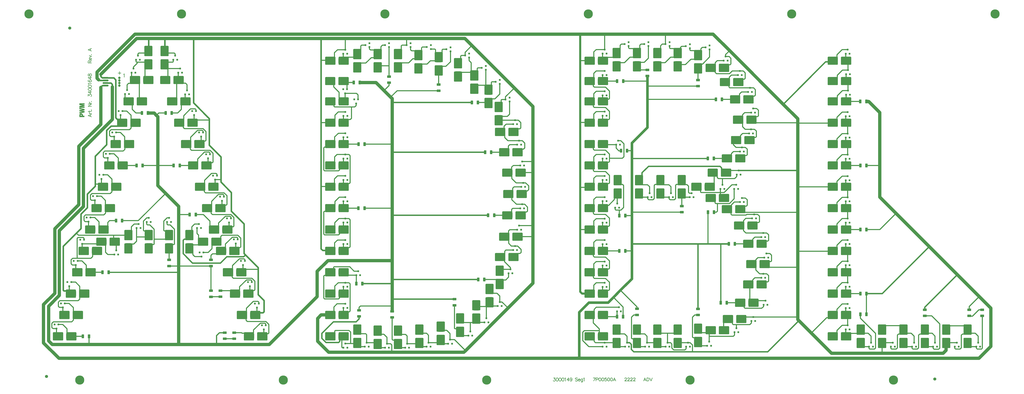
<source format=gtl>
%FSTAX44Y44*%
%MOMM*%
%SFA1B1*%

%IPPOS*%
%AMD27*
4,1,8,0.299720,0.449580,-0.299720,0.449580,-0.398780,0.350520,-0.398780,-0.350520,-0.299720,-0.449580,0.299720,-0.449580,0.398780,-0.350520,0.398780,0.350520,0.299720,0.449580,0.0*
1,1,0.200000,0.299720,0.350520*
1,1,0.200000,-0.299720,0.350520*
1,1,0.200000,-0.299720,-0.350520*
1,1,0.200000,0.299720,-0.350520*
%
%AMD28*
4,1,8,-0.899160,0.459740,-0.899160,-0.459740,-0.784860,-0.574040,0.784860,-0.574040,0.899160,-0.459740,0.899160,0.459740,0.784860,0.574040,-0.784860,0.574040,-0.899160,0.459740,0.0*
1,1,0.230000,-0.784860,0.459740*
1,1,0.230000,-0.784860,-0.459740*
1,1,0.230000,0.784860,-0.459740*
1,1,0.230000,0.784860,0.459740*
%
%AMD29*
4,1,8,0.599440,1.300480,-0.599440,1.300480,-0.749300,1.150620,-0.749300,-1.150620,-0.599440,-1.300480,0.599440,-1.300480,0.749300,-1.150620,0.749300,1.150620,0.599440,1.300480,0.0*
1,1,0.300000,0.599440,1.150620*
1,1,0.300000,-0.599440,1.150620*
1,1,0.300000,-0.599440,-1.150620*
1,1,0.300000,0.599440,-1.150620*
%
%AMD30*
4,1,8,-0.459740,-0.899160,0.459740,-0.899160,0.574040,-0.784860,0.574040,0.784860,0.459740,0.899160,-0.459740,0.899160,-0.574040,0.784860,-0.574040,-0.784860,-0.459740,-0.899160,0.0*
1,1,0.230000,-0.459740,-0.784860*
1,1,0.230000,0.459740,-0.784860*
1,1,0.230000,0.459740,0.784860*
1,1,0.230000,-0.459740,0.784860*
%
%AMD31*
4,1,8,1.300480,-0.599440,1.300480,0.599440,1.150620,0.749300,-1.150620,0.749300,-1.300480,0.599440,-1.300480,-0.599440,-1.150620,-0.749300,1.150620,-0.749300,1.300480,-0.599440,0.0*
1,1,0.300000,1.150620,-0.599440*
1,1,0.300000,1.150620,0.599440*
1,1,0.300000,-1.150620,0.599440*
1,1,0.300000,-1.150620,-0.599440*
%
%AMD32*
4,1,8,-0.449580,0.299720,-0.449580,-0.299720,-0.350520,-0.398780,0.350520,-0.398780,0.449580,-0.299720,0.449580,0.299720,0.350520,0.398780,-0.350520,0.398780,-0.449580,0.299720,0.0*
1,1,0.200000,-0.350520,0.299720*
1,1,0.200000,-0.350520,-0.299720*
1,1,0.200000,0.350520,-0.299720*
1,1,0.200000,0.350520,0.299720*
%
%ADD25C,0.649999*%
%ADD26C,0.050000*%
G04~CAMADD=27~8~0.0~0.0~315.0~354.3~39.4~0.0~15~0.0~0.0~0.0~0.0~0~0.0~0.0~0.0~0.0~0~0.0~0.0~0.0~0.0~315.0~354.3*
%ADD27D27*%
G04~CAMADD=28~8~0.0~0.0~452.8~708.7~45.3~0.0~15~0.0~0.0~0.0~0.0~0~0.0~0.0~0.0~0.0~0~0.0~0.0~0.0~90.0~708.0~452.0*
%ADD28D28*%
G04~CAMADD=29~8~0.0~0.0~590.6~1023.6~59.1~0.0~15~0.0~0.0~0.0~0.0~0~0.0~0.0~0.0~0.0~0~0.0~0.0~0.0~0.0~590.6~1023.6*
%ADD29D29*%
G04~CAMADD=30~8~0.0~0.0~452.8~708.7~45.3~0.0~15~0.0~0.0~0.0~0.0~0~0.0~0.0~0.0~0.0~0~0.0~0.0~0.0~180.0~452.0~708.0*
%ADD30D30*%
G04~CAMADD=31~8~0.0~0.0~590.6~1023.6~59.1~0.0~15~0.0~0.0~0.0~0.0~0~0.0~0.0~0.0~0.0~0~0.0~0.0~0.0~270.0~1024.0~590.0*
%ADD31D31*%
G04~CAMADD=32~8~0.0~0.0~315.0~354.3~39.4~0.0~15~0.0~0.0~0.0~0.0~0~0.0~0.0~0.0~0.0~0~0.0~0.0~0.0~90.0~354.0~314.0*
%ADD32D32*%
%ADD33C,1.499997*%
%ADD34O,2.949994X0.909998*%
%ADD35C,0.100000*%
%ADD36C,0.499999*%
%ADD37C,1.599997*%
%ADD38C,0.799998*%
%ADD39C,0.699999*%
%ADD40C,0.599999*%
%ADD41C,1.299997*%
%ADD42C,0.999998*%
%ADD43C,0.253999*%
%ADD44C,4.499991*%
%ADD45C,1.199998*%
%LNled_pd_ab_wh_3000149_(4f00227l_7p00500a)-1*%
%LPD*%
G36*
X00736967Y01690491D02*
Y01644991D01*
X00734467Y01642491*
X00699467*
X00696967Y01644991*
Y01690491*
X00699467Y01692991*
X00734467*
X00736967Y01690491*
G37*
G36*
X00657477D02*
Y01644991D01*
X00654977Y01642491*
X00619977*
X00617477Y01644991*
Y01690491*
X00619977Y01692991*
X00654977*
X00657477Y01690491*
G37*
G36*
X03259589Y01680487D02*
Y01634987D01*
X03257089Y01632487*
X03222089*
X03219589Y01634987*
Y01680487*
X03222089Y01682987*
X03257089*
X03259589Y01680487*
G37*
G36*
X03159589D02*
Y01634987D01*
X03157089Y01632487*
X03122089*
X03119589Y01634987*
Y01680487*
X03122089Y01682987*
X03157089*
X03159589Y01680487*
G37*
G36*
X0305959D02*
Y01634987D01*
X0305709Y01632487*
X0302209*
X0301959Y01634987*
Y01680487*
X0302209Y01682987*
X0305709*
X0305959Y01680487*
G37*
G36*
X0295959D02*
Y01634987D01*
X0295709Y01632487*
X0292209*
X0291959Y01634987*
Y01680487*
X0292209Y01682987*
X0295709*
X0295959Y01680487*
G37*
G36*
X01884591Y01675491D02*
Y01629991D01*
X01882091Y01627491*
X01847091*
X01844591Y01629991*
Y01675491*
X01847091Y01677991*
X01882091*
X01884591Y01675491*
G37*
G36*
X01784591D02*
Y01629991D01*
X01782091Y01627491*
X01747091*
X01744591Y01629991*
Y01675491*
X01747091Y01677991*
X01782091*
X01784591Y01675491*
G37*
G36*
X01684591D02*
Y01629991D01*
X01682091Y01627491*
X01647091*
X01644591Y01629991*
Y01675491*
X01647091Y01677991*
X01682091*
X01684591Y01675491*
G37*
G36*
X01984591Y01670491D02*
Y01624991D01*
X01982091Y01622491*
X01947091*
X01944591Y01624991*
Y01670491*
X01947091Y01672991*
X01982091*
X01984591Y01670491*
G37*
G36*
X03359591Y01670487D02*
Y01624987D01*
X03357091Y01622487*
X03322091*
X03319591Y01624987*
Y01670487*
X03322091Y01672987*
X03357091*
X03359591Y01670487*
G37*
G36*
X02084591Y01660491D02*
Y01614991D01*
X02082091Y01612491*
X02047091*
X02044591Y01614991*
Y01660491*
X02047091Y01662991*
X02082091*
X02084591Y01660491*
G37*
G36*
X04092591Y01637491D02*
Y01602491D01*
X04090091Y01599991*
X04044591*
X04042091Y01602491*
Y01637491*
X04044591Y01639991*
X04090091*
X04092591Y01637491*
G37*
G36*
X04027091D02*
Y01602491D01*
X04024591Y01599991*
X03979091*
X03976591Y01602491*
Y01637491*
X03979091Y01639991*
X04024591*
X04027091Y01637491*
G37*
G36*
X01622591D02*
Y01602491D01*
X01620091Y01599991*
X01574591*
X01572091Y01602491*
Y01637491*
X01574591Y01639991*
X01620091*
X01622591Y01637491*
G37*
G36*
X01557091D02*
Y01602491D01*
X01554591Y01599991*
X01509091*
X01506591Y01602491*
Y01637491*
X01509091Y01639991*
X01554591*
X01557091Y01637491*
G37*
G36*
X02897591Y01637485D02*
Y01602486D01*
X02895092Y01599985*
X02849591*
X02847091Y01602486*
Y01637485*
X02849591Y01639986*
X02895092*
X02897591Y01637485*
G37*
G36*
X02832091D02*
Y01602486D01*
X02829591Y01599985*
X02784091*
X02781591Y01602486*
Y01637485*
X02784091Y01639986*
X02829591*
X02832091Y01637485*
G37*
G36*
X02179591Y01630491D02*
Y01584991D01*
X02177091Y01582491*
X02142091*
X02139591Y01584991*
Y01630491*
X02142091Y01632991*
X02177091*
X02179591Y01630491*
G37*
G36*
X00736967Y01624991D02*
Y01579491D01*
X00734467Y01576991*
X00699467*
X00696967Y01579491*
Y01624991*
X00699467Y01627491*
X00734467*
X00736967Y01624991*
G37*
G36*
X00657477D02*
Y01579491D01*
X00654977Y01576991*
X00619977*
X00617477Y01579491*
Y01624991*
X00619977Y01627491*
X00654977*
X00657477Y01624991*
G37*
G36*
X03259589Y01614987D02*
Y01569487D01*
X03257089Y01566987*
X03222089*
X03219589Y01569487*
Y01614987*
X03222089Y01617487*
X03257089*
X03259589Y01614987*
G37*
G36*
X03159589D02*
Y01569487D01*
X03157089Y01566987*
X03122089*
X03119589Y01569487*
Y01614987*
X03122089Y01617487*
X03157089*
X03159589Y01614987*
G37*
G36*
X0305959D02*
Y01569487D01*
X0305709Y01566987*
X0302209*
X0301959Y01569487*
Y01614987*
X0302209Y01617487*
X0305709*
X0305959Y01614987*
G37*
G36*
X0295959D02*
Y01569487D01*
X0295709Y01566987*
X0292209*
X0291959Y01569487*
Y01614987*
X0292209Y01617487*
X0295709*
X0295959Y01614987*
G37*
G36*
X03492589Y01602487D02*
Y01567487D01*
X03490089Y01564987*
X03444589*
X03442089Y01567487*
Y01602487*
X03444589Y01604987*
X03490089*
X03492589Y01602487*
G37*
G36*
X03427089D02*
Y01567487D01*
X03424589Y01564987*
X03379089*
X03376589Y01567487*
Y01602487*
X03379089Y01604987*
X03424589*
X03427089Y01602487*
G37*
G36*
X01884591Y01609991D02*
Y01564491D01*
X01882091Y01561991*
X01847091*
X01844591Y01564491*
Y01609991*
X01847091Y01612491*
X01882091*
X01884591Y01609991*
G37*
G36*
X01784591D02*
Y01564491D01*
X01782091Y01561991*
X01747091*
X01744591Y01564491*
Y01609991*
X01747091Y01612491*
X01782091*
X01784591Y01609991*
G37*
G36*
X01684591D02*
Y01564491D01*
X01682091Y01561991*
X01647091*
X01644591Y01564491*
Y01609991*
X01647091Y01612491*
X01682091*
X01684591Y01609991*
G37*
G36*
X01984591Y01604991D02*
Y01559491D01*
X01982091Y01556991*
X01947091*
X01944591Y01559491*
Y01604991*
X01947091Y01607491*
X01982091*
X01984591Y01604991*
G37*
G36*
X03359591Y01604987D02*
Y01559487D01*
X03357091Y01556987*
X03322091*
X03319591Y01559487*
Y01604987*
X03322091Y01607487*
X03357091*
X03359591Y01604987*
G37*
G36*
X02084591Y01594991D02*
Y01549491D01*
X02082091Y01546991*
X02047091*
X02044591Y01549491*
Y01594991*
X02047091Y01597491*
X02082091*
X02084591Y01594991*
G37*
G36*
X02259591Y01570491D02*
Y01524991D01*
X02257091Y01522491*
X02222091*
X02219591Y01524991*
Y01570491*
X02222091Y01572991*
X02257091*
X02259591Y01570491*
G37*
G36*
X02179591Y01564991D02*
Y01519491D01*
X02177091Y01516991*
X02142091*
X02139591Y01519491*
Y01564991*
X02142091Y01567491*
X02177091*
X02179591Y01564991*
G37*
G36*
X00810908Y01542491D02*
Y01507491D01*
X00808408Y01504991*
X00762908*
X00760408Y01507491*
Y01542491*
X00762908Y01544991*
X00808408*
X00810908Y01542491*
G37*
G36*
X00745408D02*
Y01507491D01*
X00742908Y01504991*
X00697408*
X00694908Y01507491*
Y01542491*
X00697408Y01544991*
X00742908*
X00745408Y01542491*
G37*
G36*
X00662442D02*
Y01507491D01*
X00659942Y01504991*
X00614442*
X00611942Y01507491*
Y01542491*
X00614442Y01544991*
X00659942*
X00662442Y01542491*
G37*
G36*
X00596942D02*
Y01507491D01*
X00594442Y01504991*
X00548942*
X00546442Y01507491*
Y01542491*
X00548942Y01544991*
X00594442*
X00596942Y01542491*
G37*
G36*
X01622111Y0153753D02*
Y0150253D01*
X01619611Y0150003*
X01574112*
X01571612Y0150253*
Y0153753*
X01574112Y0154003*
X01619611*
X01622111Y0153753*
G37*
G36*
X01556612D02*
Y0150253D01*
X01554112Y0150003*
X01508612*
X01506112Y0150253*
Y0153753*
X01508612Y0154003*
X01554112*
X01556612Y0153753*
G37*
G36*
X04092591Y01537491D02*
Y01502491D01*
X04090091Y01499991*
X04044591*
X04042091Y01502491*
Y01537491*
X04044591Y01539991*
X04090091*
X04092591Y01537491*
G37*
G36*
X04027091D02*
Y01502491D01*
X04024591Y01499991*
X03979091*
X03976591Y01502491*
Y01537491*
X03979091Y01539991*
X04024591*
X04027091Y01537491*
G37*
G36*
X02897591Y01537486D02*
Y01502486D01*
X02895092Y01499986*
X02849591*
X02847091Y01502486*
Y01537486*
X02849591Y01539986*
X02895092*
X02897591Y01537486*
G37*
G36*
X02832091D02*
Y01502486D01*
X02829591Y01499986*
X02784091*
X02781591Y01502486*
Y01537486*
X02784091Y01539986*
X02829591*
X02832091Y01537486*
G37*
G36*
X03562589Y01532487D02*
Y01497487D01*
X03560089Y01494987*
X03514589*
X03512089Y01497487*
Y01532487*
X03514589Y01534987*
X03560089*
X03562589Y01532487*
G37*
G36*
X03497089D02*
Y01497487D01*
X03494589Y01494987*
X03449089*
X03446589Y01497487*
Y01532487*
X03449089Y01534987*
X03494589*
X03497089Y01532487*
G37*
G36*
X02259591Y01504991D02*
Y01459491D01*
X02257091Y01456991*
X02222091*
X02219591Y01459491*
Y01504991*
X02222091Y01507491*
X02257091*
X02259591Y01504991*
G37*
G36*
X02329591Y01500491D02*
Y01454991D01*
X02327091Y01452491*
X02292091*
X02289591Y01454991*
Y01500491*
X02292091Y01502991*
X02327091*
X02329591Y01500491*
G37*
G36*
X03612588Y01447486D02*
Y01412486D01*
X03610088Y01409986*
X03564589*
X03562089Y01412486*
Y01447486*
X03564589Y01449986*
X03610088*
X03612588Y01447486*
G37*
G36*
X03547089D02*
Y01412486D01*
X03544589Y01409986*
X03499088*
X03496588Y01412486*
Y01447486*
X03499088Y01449986*
X03544589*
X03547089Y01447486*
G37*
G36*
X00845213Y01437492D02*
Y01402493D01*
X00842713Y01399992*
X00797213*
X00794713Y01402493*
Y01437492*
X00797213Y01439993*
X00842713*
X00845213Y01437492*
G37*
G36*
X00779713D02*
Y01402493D01*
X00777213Y01399992*
X00731713*
X00729213Y01402493*
Y01437492*
X00731713Y01439993*
X00777213*
X00779713Y01437492*
G37*
G36*
X00630908D02*
Y01402493D01*
X00628408Y01399992*
X00582908*
X00580408Y01402493*
Y01437492*
X00582908Y01439993*
X00628408*
X00630908Y01437492*
G37*
G36*
X00565408D02*
Y01402493D01*
X00562908Y01399992*
X00517408*
X00514908Y01402493*
Y01437492*
X00517408Y01439993*
X00562908*
X00565408Y01437492*
G37*
G36*
X04092591Y01437491D02*
Y01402491D01*
X04090091Y01399991*
X04044591*
X04042091Y01402491*
Y01437491*
X04044591Y01439991*
X04090091*
X04092591Y01437491*
G37*
G36*
X04027091D02*
Y01402491D01*
X04024591Y01399991*
X03979091*
X03976591Y01402491*
Y01437491*
X03979091Y01439991*
X04024591*
X04027091Y01437491*
G37*
G36*
X01622591D02*
Y01402491D01*
X01620091Y01399991*
X01574591*
X01572091Y01402491*
Y01437491*
X01574591Y01439991*
X01620091*
X01622591Y01437491*
G37*
G36*
X01557091D02*
Y01402491D01*
X01554591Y01399991*
X01509091*
X01506591Y01402491*
Y01437491*
X01509091Y01439991*
X01554591*
X01557091Y01437491*
G37*
G36*
X02897591Y01437486D02*
Y01402486D01*
X02895092Y01399986*
X02849591*
X02847091Y01402486*
Y01437486*
X02849591Y01439986*
X02895092*
X02897591Y01437486*
G37*
G36*
X02832091D02*
Y01402486D01*
X02829591Y01399986*
X02784091*
X02781591Y01402486*
Y01437486*
X02784091Y01439986*
X02829591*
X02832091Y01437486*
G37*
G36*
X02329591Y01434991D02*
Y01389491D01*
X02327091Y01386991*
X02292091*
X02289591Y01389491*
Y01434991*
X02292091Y01437491*
X02327091*
X02329591Y01434991*
G37*
G36*
X02379591Y01415491D02*
Y01369991D01*
X02377091Y01367491*
X02342091*
X02339591Y01369991*
Y01415491*
X02342091Y01417991*
X02377091*
X02379591Y01415491*
G37*
G36*
X003155Y01349647D02*
X00322998D01*
Y01343004*
X00297854*
Y0134391*
Y01352662*
X00304416*
Y01349647*
X00309214*
Y01353223*
X003155*
Y01349647*
G37*
G36*
X0362759Y01347487D02*
Y01312487D01*
X0362509Y01309987*
X0357959*
X0357709Y01312487*
Y01347487*
X0357959Y01349987*
X0362509*
X0362759Y01347487*
G37*
G36*
X0356209D02*
Y01312487D01*
X0355959Y01309987*
X0351409*
X0351159Y01312487*
Y01347487*
X0351409Y01349987*
X0355959*
X0356209Y01347487*
G37*
G36*
X02379591Y01349991D02*
Y01304491D01*
X02377091Y01301991*
X02342091*
X02339591Y01304491*
Y01349991*
X02342091Y01352491*
X02377091*
X02379591Y01349991*
G37*
G36*
X00879521Y01332492D02*
Y01297492D01*
X00877021Y01294992*
X00831521*
X00829021Y01297492*
Y01332492*
X00831521Y01334992*
X00877021*
X00879521Y01332492*
G37*
G36*
X00814021D02*
Y01297492D01*
X00811521Y01294992*
X00766021*
X00763521Y01297492*
Y01332492*
X00766021Y01334992*
X00811521*
X00814021Y01332492*
G37*
G36*
X04092591Y01332491D02*
Y01297491D01*
X04090091Y01294991*
X04044591*
X04042091Y01297491*
Y01332491*
X04044591Y01334991*
X04090091*
X04092591Y01332491*
G37*
G36*
X04027091D02*
Y01297491D01*
X04024591Y01294991*
X03979091*
X03976591Y01297491*
Y01332491*
X03979091Y01334991*
X04024591*
X04027091Y01332491*
G37*
G36*
X01622591D02*
Y01297491D01*
X01620091Y01294991*
X01574591*
X01572091Y01297491*
Y01332491*
X01574591Y01334991*
X01620091*
X01622591Y01332491*
G37*
G36*
X01557091D02*
Y01297491D01*
X01554591Y01294991*
X01509091*
X01506591Y01297491*
Y01332491*
X01509091Y01334991*
X01554591*
X01557091Y01332491*
G37*
G36*
X02897591Y01332486D02*
Y01297486D01*
X02895092Y01294986*
X02849591*
X02847091Y01297486*
Y01332486*
X02849591Y01334986*
X02895092*
X02897591Y01332486*
G37*
G36*
X02832091D02*
Y01297486D01*
X02829591Y01294986*
X02784091*
X02781591Y01297486*
Y01332486*
X02784091Y01334986*
X02829591*
X02832091Y01332486*
G37*
G36*
X00599249Y01332369D02*
Y01297369D01*
X00596749Y01294869*
X00551249*
X00548749Y01297369*
Y01332369*
X00551249Y01334869*
X00596749*
X00599249Y01332369*
G37*
G36*
X00533749D02*
Y01297369D01*
X00531249Y01294869*
X00485749*
X00483249Y01297369*
Y01332369*
X00485749Y01334869*
X00531249*
X00533749Y01332369*
G37*
G36*
X02457591Y01287491D02*
Y01252491D01*
X02455091Y01249991*
X02409591*
X02407091Y01252491*
Y01287491*
X02409591Y01289991*
X02455091*
X02457591Y01287491*
G37*
G36*
X02392091D02*
Y01252491D01*
X02389591Y01249991*
X02344091*
X02341591Y01252491*
Y01287491*
X02344091Y01289991*
X02389591*
X02392091Y01287491*
G37*
G36*
X0361759Y01247487D02*
Y01212487D01*
X0361509Y01209987*
X0356959*
X0356709Y01212487*
Y01247487*
X0356959Y01249987*
X0361509*
X0361759Y01247487*
G37*
G36*
X0355209D02*
Y01212487D01*
X0354959Y01209987*
X0350409*
X0350159Y01212487*
Y01247487*
X0350409Y01249987*
X0354959*
X0355209Y01247487*
G37*
G36*
X04092591Y01227491D02*
Y01192491D01*
X04090091Y01189991*
X04044591*
X04042091Y01192491*
Y01227491*
X04044591Y01229991*
X04090091*
X04092591Y01227491*
G37*
G36*
X04027091D02*
Y01192491D01*
X04024591Y01189991*
X03979091*
X03976591Y01192491*
Y01227491*
X03979091Y01229991*
X04024591*
X04027091Y01227491*
G37*
G36*
X01622591D02*
Y01192491D01*
X01620091Y01189991*
X01574591*
X01572091Y01192491*
Y01227491*
X01574591Y01229991*
X01620091*
X01622591Y01227491*
G37*
G36*
X01557091D02*
Y01192491D01*
X01554591Y01189991*
X01509091*
X01506591Y01192491*
Y01227491*
X01509091Y01229991*
X01554591*
X01557091Y01227491*
G37*
G36*
X00913828Y0122749D02*
Y0119249D01*
X00911328Y0118999*
X00865828*
X00863328Y0119249*
Y0122749*
X00865828Y0122999*
X00911328*
X00913828Y0122749*
G37*
G36*
X00848328D02*
Y0119249D01*
X00845828Y0118999*
X00800329*
X00797829Y0119249*
Y0122749*
X00800329Y0122999*
X00845828*
X00848328Y0122749*
G37*
G36*
X00567837D02*
Y0119249D01*
X00565337Y0118999*
X00519837*
X00517337Y0119249*
Y0122749*
X00519837Y0122999*
X00565337*
X00567837Y0122749*
G37*
G36*
X00502337D02*
Y0119249D01*
X00499837Y0118999*
X00454337*
X00451837Y0119249*
Y0122749*
X00454337Y0122999*
X00499837*
X00502337Y0122749*
G37*
G36*
X02897591Y01227487D02*
Y01192487D01*
X02895092Y01189987*
X02849591*
X02847091Y01192487*
Y01227487*
X02849591Y01229987*
X02895092*
X02897591Y01227487*
G37*
G36*
X02832091D02*
Y01192487D01*
X02829591Y01189987*
X02784091*
X02781591Y01192487*
Y01227487*
X02784091Y01229987*
X02829591*
X02832091Y01227487*
G37*
G36*
X02477591Y01187491D02*
Y01152491D01*
X02475091Y01149991*
X02429591*
X02427091Y01152491*
Y01187491*
X02429591Y01189991*
X02475091*
X02477591Y01187491*
G37*
G36*
X02412091D02*
Y01152491D01*
X02409591Y01149991*
X02364091*
X02361591Y01152491*
Y01187491*
X02364091Y01189991*
X02409591*
X02412091Y01187491*
G37*
G36*
X03572589Y01157488D02*
Y01122488D01*
X03570089Y01119988*
X03524589*
X03522089Y01122488*
Y01157488*
X03524589Y01159988*
X03570089*
X03572589Y01157488*
G37*
G36*
X03507089D02*
Y01122488D01*
X03504589Y01119988*
X03459089*
X03456589Y01122488*
Y01157488*
X03459089Y01159988*
X03504589*
X03507089Y01157488*
G37*
G36*
X00948136Y01122492D02*
Y01087492D01*
X00945636Y01084992*
X00900136*
X00897636Y01087492*
Y01122492*
X00900136Y01124992*
X00945636*
X00948136Y01122492*
G37*
G36*
X00882636D02*
Y01087492D01*
X00880136Y01084992*
X00834636*
X00832136Y01087492*
Y01122492*
X00834636Y01124992*
X00880136*
X00882636Y01122492*
G37*
G36*
X00536303D02*
Y01087492D01*
X00533803Y01084992*
X00488303*
X00485803Y01087492*
Y01122492*
X00488303Y01124992*
X00533803*
X00536303Y01122492*
G37*
G36*
X00470803D02*
Y01087492D01*
X00468303Y01084992*
X00422803*
X00420303Y01087492*
Y01122492*
X00422803Y01124992*
X00468303*
X00470803Y01122492*
G37*
G36*
X04092591Y01122491D02*
Y01087491D01*
X04090091Y01084991*
X04044591*
X04042091Y01087491*
Y01122491*
X04044591Y01124991*
X04090091*
X04092591Y01122491*
G37*
G36*
X04027091D02*
Y01087491D01*
X04024591Y01084991*
X03979091*
X03976591Y01087491*
Y01122491*
X03979091Y01124991*
X04024591*
X04027091Y01122491*
G37*
G36*
X01622591D02*
Y01087491D01*
X01620091Y01084991*
X01574591*
X01572091Y01087491*
Y01122491*
X01574591Y01124991*
X01620091*
X01622591Y01122491*
G37*
G36*
X01557091D02*
Y01087491D01*
X01554591Y01084991*
X01509091*
X01506591Y01087491*
Y01122491*
X01509091Y01124991*
X01554591*
X01557091Y01122491*
G37*
G36*
X02897591Y01122487D02*
Y01087487D01*
X02895092Y01084987*
X02849591*
X02847091Y01087487*
Y01122487*
X02849591Y01124987*
X02895092*
X02897591Y01122487*
G37*
G36*
X02832091D02*
Y01087487D01*
X02829591Y01084987*
X02784091*
X02781591Y01087487*
Y01122487*
X02784091Y01124987*
X02829591*
X02832091Y01122487*
G37*
G36*
X02492591Y01087491D02*
Y01052491D01*
X02490091Y01049991*
X02444591*
X02442091Y01052491*
Y01087491*
X02444591Y01089991*
X02490091*
X02492591Y01087491*
G37*
G36*
X02427091D02*
Y01052491D01*
X02424591Y01049991*
X02379091*
X02376591Y01052491*
Y01087491*
X02379091Y01089991*
X02424591*
X02427091Y01087491*
G37*
G36*
X03502589Y01087488D02*
Y01052488D01*
X03500089Y01049988*
X03454589*
X03452089Y01052488*
Y01087488*
X03454589Y01089988*
X03500089*
X03502589Y01087488*
G37*
G36*
X03437089D02*
Y01052488D01*
X03434589Y01049988*
X03389089*
X03386589Y01052488*
Y01087488*
X03389089Y01089988*
X03434589*
X03437089Y01087488*
G37*
G36*
X03279591Y01055489D02*
Y01009989D01*
X03277091Y01007489*
X03242091*
X03239591Y01009989*
Y01055489*
X03242091Y01057989*
X03277091*
X03279591Y01055489*
G37*
G36*
X03174591D02*
Y01009989D01*
X03172091Y01007489*
X03137091*
X03134591Y01009989*
Y01055489*
X03137091Y01057989*
X03172091*
X03174591Y01055489*
G37*
G36*
X0306959D02*
Y01009989D01*
X0306709Y01007489*
X0303209*
X0302959Y01009989*
Y01055489*
X0303209Y01057989*
X0306709*
X0306959Y01055489*
G37*
G36*
X02964592D02*
Y01009989D01*
X02962092Y01007489*
X02927092*
X02924592Y01009989*
Y01055489*
X02927092Y01057989*
X02962092*
X02964592Y01055489*
G37*
G36*
X04092591Y01017491D02*
Y00982491D01*
X04090091Y00979991*
X04044591*
X04042091Y00982491*
Y01017491*
X04044591Y01019991*
X04090091*
X04092591Y01017491*
G37*
G36*
X04027091D02*
Y00982491D01*
X04024591Y00979991*
X03979091*
X03976591Y00982491*
Y01017491*
X03979091Y01019991*
X04024591*
X04027091Y01017491*
G37*
G36*
X01622591D02*
Y00982491D01*
X01620091Y00979991*
X01574591*
X01572091Y00982491*
Y01017491*
X01574591Y01019991*
X01620091*
X01622591Y01017491*
G37*
G36*
X01557091D02*
Y00982491D01*
X01554591Y00979991*
X01509091*
X01506591Y00982491*
Y01017491*
X01509091Y01019991*
X01554591*
X01557091Y01017491*
G37*
G36*
X00982442D02*
Y00982491D01*
X00979941Y00979991*
X00934442*
X00931942Y00982491*
Y01017491*
X00934442Y01019991*
X00979941*
X00982442Y01017491*
G37*
G36*
X00916942D02*
Y00982491D01*
X00914442Y00979991*
X00868942*
X00866441Y00982491*
Y01017491*
X00868942Y01019991*
X00914442*
X00916942Y01017491*
G37*
G36*
X0342259Y01017489D02*
Y00982489D01*
X0342009Y00979989*
X03374589*
X03372089Y00982489*
Y01017489*
X03374589Y01019989*
X0342009*
X0342259Y01017489*
G37*
G36*
X03357089D02*
Y00982489D01*
X03354589Y00979989*
X0330909*
X0330659Y00982489*
Y01017489*
X0330909Y01019989*
X03354589*
X03357089Y01017489*
G37*
G36*
X02897591D02*
Y00982489D01*
X02895092Y00979989*
X02849591*
X02847091Y00982489*
Y01017489*
X02849591Y01019989*
X02895092*
X02897591Y01017489*
G37*
G36*
X02832091D02*
Y00982489D01*
X02829591Y00979989*
X02784091*
X02781591Y00982489*
Y01017489*
X02784091Y01019989*
X02829591*
X02832091Y01017489*
G37*
G36*
X00504749Y01017471D02*
Y00982472D01*
X00502249Y00979971*
X00456749*
X00454249Y00982472*
Y01017471*
X00456749Y01019971*
X00502249*
X00504749Y01017471*
G37*
G36*
X00439249D02*
Y00982472D01*
X00436749Y00979971*
X00391249*
X00388749Y00982472*
Y01017471*
X00391249Y01019971*
X00436749*
X00439249Y01017471*
G37*
G36*
X02497591Y00982491D02*
Y00947491D01*
X02495091Y00944991*
X02449591*
X02447091Y00947491*
Y00982491*
X02449591Y00984991*
X02495091*
X02497591Y00982491*
G37*
G36*
X02432091D02*
Y00947491D01*
X02429591Y00944991*
X02384091*
X02381591Y00947491*
Y00982491*
X02384091Y00984991*
X02429591*
X02432091Y00982491*
G37*
G36*
X03279591Y00989989D02*
Y00944489D01*
X03277091Y00941989*
X03242091*
X03239591Y00944489*
Y00989989*
X03242091Y00992489*
X03277091*
X03279591Y00989989*
G37*
G36*
X03174591D02*
Y00944489D01*
X03172091Y00941989*
X03137091*
X03134591Y00944489*
Y00989989*
X03137091Y00992489*
X03172091*
X03174591Y00989989*
G37*
G36*
X0306959D02*
Y00944489D01*
X0306709Y00941989*
X0303209*
X0302959Y00944489*
Y00989989*
X0303209Y00992489*
X0306709*
X0306959Y00989989*
G37*
G36*
X02964592D02*
Y00944489D01*
X02962092Y00941989*
X02927092*
X02924592Y00944489*
Y00989989*
X02927092Y00992489*
X02962092*
X02964592Y00989989*
G37*
G36*
X03492589Y00962488D02*
Y00927488D01*
X03490089Y00924988*
X03444589*
X03442089Y00927488*
Y00962488*
X03444589Y00964988*
X03490089*
X03492589Y00962488*
G37*
G36*
X03427089D02*
Y00927488D01*
X03424589Y00924988*
X03379089*
X03376589Y00927488*
Y00962488*
X03379089Y00964988*
X03424589*
X03427089Y00962488*
G37*
G36*
X00473249Y00912506D02*
Y00877506D01*
X00470749Y00875006*
X00425249*
X00422749Y00877506*
Y00912506*
X00425249Y00915006*
X00470749*
X00473249Y00912506*
G37*
G36*
X00407749D02*
Y00877506D01*
X00405249Y00875006*
X00359749*
X00357249Y00877506*
Y00912506*
X00359749Y00915006*
X00405249*
X00407749Y00912506*
G37*
G36*
X01016749Y00912492D02*
Y00877492D01*
X01014249Y00874992*
X00968749*
X00966249Y00877492*
Y00912492*
X00968749Y00914992*
X01014249*
X01016749Y00912492*
G37*
G36*
X00951249D02*
Y00877492D01*
X00948749Y00874992*
X00903249*
X00900749Y00877492*
Y00912492*
X00903249Y00914992*
X00948749*
X00951249Y00912492*
G37*
G36*
X04092591Y00912491D02*
Y00877491D01*
X04090091Y00874991*
X04044591*
X04042091Y00877491*
Y00912491*
X04044591Y00914991*
X04090091*
X04092591Y00912491*
G37*
G36*
X04027091D02*
Y00877491D01*
X04024591Y00874991*
X03979091*
X03976591Y00877491*
Y00912491*
X03979091Y00914991*
X04024591*
X04027091Y00912491*
G37*
G36*
X01622591D02*
Y00877491D01*
X01620091Y00874991*
X01574591*
X01572091Y00877491*
Y00912491*
X01574591Y00914991*
X01620091*
X01622591Y00912491*
G37*
G36*
X01557091D02*
Y00877491D01*
X01554591Y00874991*
X01509091*
X01506591Y00877491*
Y00912491*
X01509091Y00914991*
X01554591*
X01557091Y00912491*
G37*
G36*
X02897591Y00912488D02*
Y00877488D01*
X02895092Y00874988*
X02849591*
X02847091Y00877488*
Y00912488*
X02849591Y00914988*
X02895092*
X02897591Y00912488*
G37*
G36*
X02832091D02*
Y00877488D01*
X02829591Y00874988*
X02784091*
X02781591Y00877488*
Y00912488*
X02784091Y00914988*
X02829591*
X02832091Y00912488*
G37*
G36*
X03572589Y00907487D02*
Y00872487D01*
X03570089Y00869987*
X03524589*
X03522089Y00872487*
Y00907487*
X03524589Y00909987*
X03570089*
X03572589Y00907487*
G37*
G36*
X03507089D02*
Y00872487D01*
X03504589Y00869987*
X03459089*
X03456589Y00872487*
Y00907487*
X03459089Y00909987*
X03504589*
X03507089Y00907487*
G37*
G36*
X02492591Y00877491D02*
Y00842491D01*
X02490091Y00839991*
X02444591*
X02442091Y00842491*
Y00877491*
X02444591Y00879991*
X02490091*
X02492591Y00877491*
G37*
G36*
X02427091D02*
Y00842491D01*
X02424591Y00839991*
X02379091*
X02376591Y00842491*
Y00877491*
X02379091Y00879991*
X02424591*
X02427091Y00877491*
G37*
G36*
X03632591Y00827487D02*
Y00792487D01*
X03630091Y00789987*
X03584591*
X03582091Y00792487*
Y00827487*
X03584591Y00829987*
X03630091*
X03632591Y00827487*
G37*
G36*
X03567091D02*
Y00792487D01*
X03564591Y00789987*
X03519091*
X03516591Y00792487*
Y00827487*
X03519091Y00829987*
X03564591*
X03567091Y00827487*
G37*
G36*
X01051055Y00807491D02*
Y00772491D01*
X01048555Y00769991*
X01003055*
X01000555Y00772491*
Y00807491*
X01003055Y00809991*
X01048555*
X01051055Y00807491*
G37*
G36*
X00985555D02*
Y00772491D01*
X00983055Y00769991*
X00937555*
X00935055Y00772491*
Y00807491*
X00937555Y00809991*
X00983055*
X00985555Y00807491*
G37*
G36*
X00441996D02*
Y00772491D01*
X00439496Y00769991*
X00393996*
X00391496Y00772491*
Y00807491*
X00393996Y00809991*
X00439496*
X00441996Y00807491*
G37*
G36*
X00376496D02*
Y00772491D01*
X00373996Y00769991*
X00328496*
X00325996Y00772491*
Y00807491*
X00328496Y00809991*
X00373996*
X00376496Y00807491*
G37*
G36*
X04092591D02*
Y00772491D01*
X04090091Y00769991*
X04044591*
X04042091Y00772491*
Y00807491*
X04044591Y00809991*
X04090091*
X04092591Y00807491*
G37*
G36*
X04027091D02*
Y00772491D01*
X04024591Y00769991*
X03979091*
X03976591Y00772491*
Y00807491*
X03979091Y00809991*
X04024591*
X04027091Y00807491*
G37*
G36*
X01622591D02*
Y00772491D01*
X01620091Y00769991*
X01574591*
X01572091Y00772491*
Y00807491*
X01574591Y00809991*
X01620091*
X01622591Y00807491*
G37*
G36*
X01557091D02*
Y00772491D01*
X01554591Y00769991*
X01509091*
X01506591Y00772491*
Y00807491*
X01509091Y00809991*
X01554591*
X01557091Y00807491*
G37*
G36*
X02897591Y0080749D02*
Y0077249D01*
X02895092Y0076999*
X02849591*
X02847091Y0077249*
Y0080749*
X02849591Y0080999*
X02895092*
X02897591Y0080749*
G37*
G36*
X02832091D02*
Y0077249D01*
X02829591Y0076999*
X02784091*
X02781591Y0077249*
Y0080749*
X02784091Y0080999*
X02829591*
X02832091Y0080749*
G37*
G36*
X00858996Y00785491D02*
Y00739991D01*
X00856496Y00737491*
X00821496*
X00818996Y00739991*
Y00785491*
X00821496Y00787991*
X00856496*
X00858996Y00785491*
G37*
G36*
X00758996D02*
Y00739991D01*
X00756496Y00737491*
X00721496*
X00718996Y00739991*
Y00785491*
X00721496Y00787991*
X00756496*
X00758996Y00785491*
G37*
G36*
X00658996D02*
Y00739991D01*
X00656496Y00737491*
X00621496*
X00618996Y00739991*
Y00785491*
X00621496Y00787991*
X00656496*
X00658996Y00785491*
G37*
G36*
X00558997D02*
Y00739991D01*
X00556496Y00737491*
X00521497*
X00518996Y00739991*
Y00785491*
X00521497Y00787991*
X00556496*
X00558997Y00785491*
G37*
G36*
X02477591Y00772491D02*
Y00737491D01*
X02475091Y00734991*
X02429591*
X02427091Y00737491*
Y00772491*
X02429591Y00774991*
X02475091*
X02477591Y00772491*
G37*
G36*
X02412091D02*
Y00737491D01*
X02409591Y00734991*
X02364091*
X02361591Y00737491*
Y00772491*
X02364091Y00774991*
X02409591*
X02412091Y00772491*
G37*
G36*
X00996996Y00747491D02*
Y00712491D01*
X00994496Y00709991*
X00948996*
X00946496Y00712491*
Y00747491*
X00948996Y00749991*
X00994496*
X00996996Y00747491*
G37*
G36*
X00931496D02*
Y00712491D01*
X00928996Y00709991*
X00883496*
X00880996Y00712491*
Y00747491*
X00883496Y00749991*
X00928996*
X00931496Y00747491*
G37*
G36*
X00496999Y00747489D02*
Y00712489D01*
X00494499Y00709989*
X00448999*
X00446499Y00712489*
Y00747489*
X00448999Y00749989*
X00494499*
X00496999Y00747489*
G37*
G36*
X00431499D02*
Y00712489D01*
X00428999Y00709989*
X00383499*
X00381Y00712489*
Y00747489*
X00383499Y00749989*
X00428999*
X00431499Y00747489*
G37*
G36*
X0367759Y00737487D02*
Y00702487D01*
X0367509Y00699987*
X03629589*
X03627089Y00702487*
Y00737487*
X03629589Y00739987*
X0367509*
X0367759Y00737487*
G37*
G36*
X03612089D02*
Y00702487D01*
X03609589Y00699987*
X0356409*
X0356159Y00702487*
Y00737487*
X0356409Y00739987*
X03609589*
X03612089Y00737487*
G37*
G36*
X00858996Y00719991D02*
Y00674491D01*
X00856496Y00671991*
X00821496*
X00818996Y00674491*
Y00719991*
X00821496Y00722491*
X00856496*
X00858996Y00719991*
G37*
G36*
X00758996D02*
Y00674491D01*
X00756496Y00671991*
X00721496*
X00718996Y00674491*
Y00719991*
X00721496Y00722491*
X00756496*
X00758996Y00719991*
G37*
G36*
X00658996D02*
Y00674491D01*
X00656496Y00671991*
X00621496*
X00618996Y00674491*
Y00719991*
X00621496Y00722491*
X00656496*
X00658996Y00719991*
G37*
G36*
X00558997D02*
Y00674491D01*
X00556496Y00671991*
X00521497*
X00518996Y00674491*
Y00719991*
X00521497Y00722491*
X00556496*
X00558997Y00719991*
G37*
G36*
X00410158Y00702499D02*
Y00667499D01*
X00407658Y00664999*
X00362158*
X00359658Y00667499*
Y00702499*
X00362158Y00704999*
X00407658*
X00410158Y00702499*
G37*
G36*
X00344658D02*
Y00667499D01*
X00342158Y00664999*
X00296658*
X00294158Y00667499*
Y00702499*
X00296658Y00704999*
X00342158*
X00344658Y00702499*
G37*
G36*
X04092591Y00702491D02*
Y00667491D01*
X04090091Y00664991*
X04044591*
X04042091Y00667491*
Y00702491*
X04044591Y00704991*
X04090091*
X04092591Y00702491*
G37*
G36*
X04027091D02*
Y00667491D01*
X04024591Y00664991*
X03979091*
X03976591Y00667491*
Y00702491*
X03979091Y00704991*
X04024591*
X04027091Y00702491*
G37*
G36*
X01622591D02*
Y00667491D01*
X01620091Y00664991*
X01574591*
X01572091Y00667491*
Y00702491*
X01574591Y00704991*
X01620091*
X01622591Y00702491*
G37*
G36*
X01557091D02*
Y00667491D01*
X01554591Y00664991*
X01509091*
X01506591Y00667491*
Y00702491*
X01509091Y00704991*
X01554591*
X01557091Y00702491*
G37*
G36*
X01085362Y0070249D02*
Y0066749D01*
X01082862Y0066499*
X01037362*
X01034862Y0066749*
Y0070249*
X01037362Y0070499*
X01082862*
X01085362Y0070249*
G37*
G36*
X01019862D02*
Y0066749D01*
X01017362Y0066499*
X00971862*
X00969362Y0066749*
Y0070249*
X00971862Y0070499*
X01017362*
X01019862Y0070249*
G37*
G36*
X02897591Y00702489D02*
Y00667489D01*
X02895092Y00664989*
X02849591*
X02847091Y00667489*
Y00702489*
X02849591Y00704989*
X02895092*
X02897591Y00702489*
G37*
G36*
X02832091D02*
Y00667489D01*
X02829591Y00664989*
X02784091*
X02781591Y00667489*
Y00702489*
X02784091Y00704989*
X02829591*
X02832091Y00702489*
G37*
G36*
X02457591Y00672491D02*
Y00637491D01*
X02455091Y00634991*
X02409591*
X02407091Y00637491*
Y00672491*
X02409591Y00674991*
X02455091*
X02457591Y00672491*
G37*
G36*
X02392091D02*
Y00637491D01*
X02389591Y00634991*
X02344091*
X02341591Y00637491*
Y00672491*
X02344091Y00674991*
X02389591*
X02392091Y00672491*
G37*
G36*
X03692591Y00637488D02*
Y00602488D01*
X03690091Y00599988*
X03644591*
X03642091Y00602488*
Y00637488*
X03644591Y00639988*
X03690091*
X03692591Y00637488*
G37*
G36*
X03627091D02*
Y00602488D01*
X03624591Y00599988*
X03579091*
X03576591Y00602488*
Y00637488*
X03579091Y00639988*
X03624591*
X03627091Y00637488*
G37*
G36*
X02384591Y00610491D02*
Y00564991D01*
X02382091Y00562491*
X02347091*
X02344591Y00564991*
Y00610491*
X02347091Y00612991*
X02382091*
X02384591Y00610491*
G37*
G36*
X00378623Y00597499D02*
Y00562499D01*
X00376123Y00559999*
X00330623*
X00328123Y00562499*
Y00597499*
X00330623Y00599999*
X00376123*
X00378623Y00597499*
G37*
G36*
X00313123D02*
Y00562499D01*
X00310623Y00559999*
X00265123*
X00262623Y00562499*
Y00597499*
X00265123Y00599999*
X00310623*
X00313123Y00597499*
G37*
G36*
X0111967Y00597492D02*
Y00562492D01*
X0111717Y00559992*
X0107167*
X0106917Y00562492*
Y00597492*
X0107167Y00599992*
X0111717*
X0111967Y00597492*
G37*
G36*
X0105417D02*
Y00562492D01*
X0105167Y00559992*
X0100617*
X0100367Y00562492*
Y00597492*
X0100617Y00599992*
X0105167*
X0105417Y00597492*
G37*
G36*
X04092591Y00597491D02*
Y00562491D01*
X04090091Y00559991*
X04044591*
X04042091Y00562491*
Y00597491*
X04044591Y00599991*
X04090091*
X04092591Y00597491*
G37*
G36*
X04027091D02*
Y00562491D01*
X04024591Y00559991*
X03979091*
X03976591Y00562491*
Y00597491*
X03979091Y00599991*
X04024591*
X04027091Y00597491*
G37*
G36*
X01622591D02*
Y00562491D01*
X01620091Y00559991*
X01574591*
X01572091Y00562491*
Y00597491*
X01574591Y00599991*
X01620091*
X01622591Y00597491*
G37*
G36*
X01557091D02*
Y00562491D01*
X01554591Y00559991*
X01509091*
X01506591Y00562491*
Y00597491*
X01509091Y00599991*
X01554591*
X01557091Y00597491*
G37*
G36*
X02897591Y00597488D02*
Y00562488D01*
X02895092Y00559988*
X02849591*
X02847091Y00562488*
Y00597488*
X02849591Y00599988*
X02895092*
X02897591Y00597488*
G37*
G36*
X02832091D02*
Y00562488D01*
X02829591Y00559988*
X02784091*
X02781591Y00562488*
Y00597488*
X02784091Y00599988*
X02829591*
X02832091Y00597488*
G37*
G36*
X0367759Y00537489D02*
Y00502489D01*
X0367509Y00499989*
X03629589*
X03627089Y00502489*
Y00537489*
X03629589Y00539989*
X0367509*
X0367759Y00537489*
G37*
G36*
X03612089D02*
Y00502489D01*
X03609589Y00499989*
X0356409*
X0356159Y00502489*
Y00537489*
X0356409Y00539989*
X03609589*
X03612089Y00537489*
G37*
G36*
X02384591Y00544991D02*
Y00499491D01*
X02382091Y00496991*
X02347091*
X02344591Y00499491*
Y00544991*
X02347091Y00547491*
X02382091*
X02384591Y00544991*
G37*
G36*
X02334591Y00520491D02*
Y00474991D01*
X02332091Y00472491*
X02297091*
X02294591Y00474991*
Y00520491*
X02297091Y00522991*
X02332091*
X02334591Y00520491*
G37*
G36*
X00347088Y00492499D02*
Y00457499D01*
X00344588Y00454999*
X00299088*
X00296588Y00457499*
Y00492499*
X00299088Y00494999*
X00344588*
X00347088Y00492499*
G37*
G36*
X00281588D02*
Y00457499D01*
X00279088Y00454999*
X00233588*
X00231088Y00457499*
Y00492499*
X00233588Y00494999*
X00279088*
X00281588Y00492499*
G37*
G36*
X04092591Y00492491D02*
Y00457491D01*
X04090091Y00454991*
X04044591*
X04042091Y00457491*
Y00492491*
X04044591Y00494991*
X04090091*
X04092591Y00492491*
G37*
G36*
X04027091D02*
Y00457491D01*
X04024591Y00454991*
X03979091*
X03976591Y00457491*
Y00492491*
X03979091Y00494991*
X04024591*
X04027091Y00492491*
G37*
G36*
X01622591D02*
Y00457491D01*
X01620091Y00454991*
X01574591*
X01572091Y00457491*
Y00492491*
X01574591Y00494991*
X01620091*
X01622591Y00492491*
G37*
G36*
X01557091D02*
Y00457491D01*
X01554591Y00454991*
X01509091*
X01506591Y00457491*
Y00492491*
X01509091Y00494991*
X01554591*
X01557091Y00492491*
G37*
G36*
X01153975D02*
Y00457491D01*
X01151475Y00454991*
X01105975*
X01103475Y00457491*
Y00492491*
X01105975Y00494991*
X01151475*
X01153975Y00492491*
G37*
G36*
X01088475D02*
Y00457491D01*
X01085975Y00454991*
X01040475*
X01037975Y00457491*
Y00492491*
X01040475Y00494991*
X01085975*
X01088475Y00492491*
G37*
G36*
X02897591Y0049249D02*
Y0045749D01*
X02895092Y0045499*
X02849591*
X02847091Y0045749*
Y0049249*
X02849591Y0049499*
X02895092*
X02897591Y0049249*
G37*
G36*
X02832091D02*
Y0045749D01*
X02829591Y0045499*
X02784091*
X02781591Y0045749*
Y0049249*
X02784091Y0049499*
X02829591*
X02832091Y0049249*
G37*
G36*
X0363759Y00447489D02*
Y00412489D01*
X0363509Y00409989*
X0358959*
X0358709Y00412489*
Y00447489*
X0358959Y00449989*
X0363509*
X0363759Y00447489*
G37*
G36*
X0357209D02*
Y00412489D01*
X0356959Y00409989*
X0352409*
X0352159Y00412489*
Y00447489*
X0352409Y00449989*
X0356959*
X0357209Y00447489*
G37*
G36*
X02334591Y00454991D02*
Y00409491D01*
X02332091Y00406991*
X02297091*
X02294591Y00409491*
Y00454991*
X02297091Y00457491*
X02332091*
X02334591Y00454991*
G37*
G36*
X02269591Y00440491D02*
Y00394991D01*
X02267091Y00392491*
X02232091*
X02229591Y00394991*
Y00440491*
X02232091Y00442991*
X02267091*
X02269591Y00440491*
G37*
G36*
X00315553Y00387499D02*
Y00352499D01*
X00313053Y00349999*
X00267553*
X00265053Y00352499*
Y00387499*
X00267553Y00389999*
X00313053*
X00315553Y00387499*
G37*
G36*
X00250053D02*
Y00352499D01*
X00247553Y00349999*
X00202053*
X00199553Y00352499*
Y00387499*
X00202053Y00389999*
X00247553*
X00250053Y00387499*
G37*
G36*
X01188283Y00387492D02*
Y00352492D01*
X01185783Y00349992*
X01140283*
X01137783Y00352492*
Y00387492*
X01140283Y00389992*
X01185783*
X01188283Y00387492*
G37*
G36*
X01122783D02*
Y00352492D01*
X01120283Y00349992*
X01074783*
X01072283Y00352492*
Y00387492*
X01074783Y00389992*
X01120283*
X01122783Y00387492*
G37*
G36*
X04092591Y00387491D02*
Y00352491D01*
X04090091Y00349991*
X04044591*
X04042091Y00352491*
Y00387491*
X04044591Y00389991*
X04090091*
X04092591Y00387491*
G37*
G36*
X04027091D02*
Y00352491D01*
X04024591Y00349991*
X03979091*
X03976591Y00352491*
Y00387491*
X03979091Y00389991*
X04024591*
X04027091Y00387491*
G37*
G36*
X01622591D02*
Y00352491D01*
X01620091Y00349991*
X01574591*
X01572091Y00352491*
Y00387491*
X01574591Y00389991*
X01620091*
X01622591Y00387491*
G37*
G36*
X01557091D02*
Y00352491D01*
X01554591Y00349991*
X01509091*
X01506591Y00352491*
Y00387491*
X01509091Y00389991*
X01554591*
X01557091Y00387491*
G37*
G36*
X02897591Y00387489D02*
Y00352489D01*
X02895092Y00349989*
X02849591*
X02847091Y00352489*
Y00387489*
X02849591Y00389989*
X02895092*
X02897591Y00387489*
G37*
G36*
X02832091D02*
Y00352489D01*
X02829591Y00349989*
X02784091*
X02781591Y00352489*
Y00387489*
X02784091Y00389989*
X02829591*
X02832091Y00387489*
G37*
G36*
X0357759Y00367489D02*
Y00332489D01*
X0357509Y00329989*
X0352959*
X0352709Y00332489*
Y00367489*
X0352959Y00369989*
X0357509*
X0357759Y00367489*
G37*
G36*
X0351209D02*
Y00332489D01*
X0350959Y00329989*
X0346409*
X0346159Y00332489*
Y00367489*
X0346409Y00369989*
X0350959*
X0351209Y00367489*
G37*
G36*
X02189591Y00375491D02*
Y00329991D01*
X02187091Y00327491*
X02152091*
X02149591Y00329991*
Y00375491*
X02152091Y00377991*
X02187091*
X02189591Y00375491*
G37*
G36*
X02269591Y00374991D02*
Y00329491D01*
X02267091Y00326991*
X02232091*
X02229591Y00329491*
Y00374991*
X02232091Y00377491*
X02267091*
X02269591Y00374991*
G37*
G36*
X02094591Y00335491D02*
Y00289991D01*
X02092091Y00287491*
X02057091*
X02054591Y00289991*
Y00335491*
X02057091Y00337991*
X02092091*
X02094591Y00335491*
G37*
G36*
X03359591Y0032549D02*
Y0027999D01*
X03357091Y0027749*
X03322091*
X03319591Y0027999*
Y0032549*
X03322091Y0032799*
X03357091*
X03359591Y0032549*
G37*
G36*
X03492589Y00312491D02*
Y00277491D01*
X03490089Y00274991*
X03444589*
X03442089Y00277491*
Y00312491*
X03444589Y00314991*
X03490089*
X03492589Y00312491*
G37*
G36*
X03427089D02*
Y00277491D01*
X03424589Y00274991*
X03379089*
X03376589Y00277491*
Y00312491*
X03379089Y00314991*
X03424589*
X03427089Y00312491*
G37*
G36*
X04684591Y00320491D02*
Y00274991D01*
X04682091Y00272491*
X04647091*
X04644591Y00274991*
Y00320491*
X04647091Y00322991*
X04682091*
X04684591Y00320491*
G37*
G36*
X04579591D02*
Y00274991D01*
X04577091Y00272491*
X04542091*
X04539591Y00274991*
Y00320491*
X04542091Y00322991*
X04577091*
X04579591Y00320491*
G37*
G36*
X04474591D02*
Y00274991D01*
X04472091Y00272491*
X04437091*
X04434591Y00274991*
Y00320491*
X04437091Y00322991*
X04472091*
X04474591Y00320491*
G37*
G36*
X04369591D02*
Y00274991D01*
X04367091Y00272491*
X04332091*
X04329591Y00274991*
Y00320491*
X04332091Y00322991*
X04367091*
X04369591Y00320491*
G37*
G36*
X04264591D02*
Y00274991D01*
X04262091Y00272491*
X04227091*
X04224591Y00274991*
Y00320491*
X04227091Y00322991*
X04262091*
X04264591Y00320491*
G37*
G36*
X04159591D02*
Y00274991D01*
X04157091Y00272491*
X04122091*
X04119591Y00274991*
Y00320491*
X04122091Y00322991*
X04157091*
X04159591Y00320491*
G37*
G36*
X03259589D02*
Y00274991D01*
X03257089Y00272491*
X03222089*
X03219589Y00274991*
Y00320491*
X03222089Y00322991*
X03257089*
X03259589Y00320491*
G37*
G36*
X03159589D02*
Y00274991D01*
X03157089Y00272491*
X03122089*
X03119589Y00274991*
Y00320491*
X03122089Y00322991*
X03157089*
X03159589Y00320491*
G37*
G36*
X0305959D02*
Y00274991D01*
X0305709Y00272491*
X0302209*
X0301959Y00274991*
Y00320491*
X0302209Y00322991*
X0305709*
X0305959Y00320491*
G37*
G36*
X0295959D02*
Y00274991D01*
X0295709Y00272491*
X0292209*
X0291959Y00274991*
Y00320491*
X0292209Y00322991*
X0295709*
X0295959Y00320491*
G37*
G36*
X01989591D02*
Y00274991D01*
X01987091Y00272491*
X01952091*
X01949591Y00274991*
Y00320491*
X01952091Y00322991*
X01987091*
X01989591Y00320491*
G37*
G36*
X01684591D02*
Y00274991D01*
X01682091Y00272491*
X01647091*
X01644591Y00274991*
Y00320491*
X01647091Y00322991*
X01682091*
X01684591Y00320491*
G37*
G36*
X01884591Y00315491D02*
Y00269991D01*
X01882091Y00267491*
X01847091*
X01844591Y00269991*
Y00315491*
X01847091Y00317991*
X01882091*
X01884591Y00315491*
G37*
G36*
X01784591D02*
Y00269991D01*
X01782091Y00267491*
X01747091*
X01744591Y00269991*
Y00315491*
X01747091Y00317991*
X01782091*
X01784591Y00315491*
G37*
G36*
X02189591Y00309991D02*
Y00264491D01*
X02187091Y00261991*
X02152091*
X02149591Y00264491*
Y00309991*
X02152091Y00312491*
X02187091*
X02189591Y00309991*
G37*
G36*
X04092591Y00282491D02*
Y00247491D01*
X04090091Y00244991*
X04044591*
X04042091Y00247491*
Y00282491*
X04044591Y00284991*
X04090091*
X04092591Y00282491*
G37*
G36*
X04027091D02*
Y00247491D01*
X04024591Y00244991*
X03979091*
X03976591Y00247491*
Y00282491*
X03979091Y00284991*
X04024591*
X04027091Y00282491*
G37*
G36*
X02897591D02*
Y00247491D01*
X02895092Y00244991*
X02849591*
X02847091Y00247491*
Y00282491*
X02849591Y00284991*
X02895092*
X02897591Y00282491*
G37*
G36*
X02832091D02*
Y00247491D01*
X02829591Y00244991*
X02784091*
X02781591Y00247491*
Y00282491*
X02784091Y00284991*
X02829591*
X02832091Y00282491*
G37*
G36*
X01622591D02*
Y00247491D01*
X01620091Y00244991*
X01574591*
X01572091Y00247491*
Y00282491*
X01574591Y00284991*
X01620091*
X01622591Y00282491*
G37*
G36*
X01557091D02*
Y00247491D01*
X01554591Y00244991*
X01509091*
X01506591Y00247491*
Y00282491*
X01509091Y00284991*
X01554591*
X01557091Y00282491*
G37*
G36*
X01222591D02*
Y00247491D01*
X01220091Y00244991*
X01174591*
X01172091Y00247491*
Y00282491*
X01174591Y00284991*
X01220091*
X01222591Y00282491*
G37*
G36*
X01157091D02*
Y00247491D01*
X01154591Y00244991*
X01109091*
X01106591Y00247491*
Y00282491*
X01109091Y00284991*
X01154591*
X01157091Y00282491*
G37*
G36*
X00284025D02*
Y00247491D01*
X00281525Y00244991*
X00236025*
X00233525Y00247491*
Y00282491*
X00236025Y00284991*
X00281525*
X00284025Y00282491*
G37*
G36*
X00218525D02*
Y00247491D01*
X00216025Y00244991*
X00170525*
X00168025Y00247491*
Y00282491*
X00170525Y00284991*
X00216025*
X00218525Y00282491*
G37*
G36*
X02094591Y00269991D02*
Y00224491D01*
X02092091Y00221991*
X02057091*
X02054591Y00224491*
Y00269991*
X02057091Y00272491*
X02092091*
X02094591Y00269991*
G37*
G36*
X03359591Y0025999D02*
Y0021449D01*
X03357091Y0021199*
X03322091*
X03319591Y0021449*
Y0025999*
X03322091Y0026249*
X03357091*
X03359591Y0025999*
G37*
G36*
X04684591Y00254991D02*
Y00209491D01*
X04682091Y00206991*
X04647091*
X04644591Y00209491*
Y00254991*
X04647091Y00257491*
X04682091*
X04684591Y00254991*
G37*
G36*
X04579591D02*
Y00209491D01*
X04577091Y00206991*
X04542091*
X04539591Y00209491*
Y00254991*
X04542091Y00257491*
X04577091*
X04579591Y00254991*
G37*
G36*
X04474591D02*
Y00209491D01*
X04472091Y00206991*
X04437091*
X04434591Y00209491*
Y00254991*
X04437091Y00257491*
X04472091*
X04474591Y00254991*
G37*
G36*
X04369591D02*
Y00209491D01*
X04367091Y00206991*
X04332091*
X04329591Y00209491*
Y00254991*
X04332091Y00257491*
X04367091*
X04369591Y00254991*
G37*
G36*
X04264591D02*
Y00209491D01*
X04262091Y00206991*
X04227091*
X04224591Y00209491*
Y00254991*
X04227091Y00257491*
X04262091*
X04264591Y00254991*
G37*
G36*
X04159591D02*
Y00209491D01*
X04157091Y00206991*
X04122091*
X04119591Y00209491*
Y00254991*
X04122091Y00257491*
X04157091*
X04159591Y00254991*
G37*
G36*
X03259589D02*
Y00209491D01*
X03257089Y00206991*
X03222089*
X03219589Y00209491*
Y00254991*
X03222089Y00257491*
X03257089*
X03259589Y00254991*
G37*
G36*
X03159589D02*
Y00209491D01*
X03157089Y00206991*
X03122089*
X03119589Y00209491*
Y00254991*
X03122089Y00257491*
X03157089*
X03159589Y00254991*
G37*
G36*
X0305959D02*
Y00209491D01*
X0305709Y00206991*
X0302209*
X0301959Y00209491*
Y00254991*
X0302209Y00257491*
X0305709*
X0305959Y00254991*
G37*
G36*
X0295959D02*
Y00209491D01*
X0295709Y00206991*
X0292209*
X0291959Y00209491*
Y00254991*
X0292209Y00257491*
X0295709*
X0295959Y00254991*
G37*
G36*
X01989591D02*
Y00209491D01*
X01987091Y00206991*
X01952091*
X01949591Y00209491*
Y00254991*
X01952091Y00257491*
X01987091*
X01989591Y00254991*
G37*
G36*
X01684591D02*
Y00209491D01*
X01682091Y00206991*
X01647091*
X01644591Y00209491*
Y00254991*
X01647091Y00257491*
X01682091*
X01684591Y00254991*
G37*
G36*
X01884591Y00249991D02*
Y00204491D01*
X01882091Y00201991*
X01847091*
X01844591Y00204491*
Y00249991*
X01847091Y00252491*
X01882091*
X01884591Y00249991*
G37*
G36*
X01784591D02*
Y00204491D01*
X01782091Y00201991*
X01747091*
X01744591Y00204491*
Y00249991*
X01747091Y00252491*
X01782091*
X01784591Y00249991*
G37*
G54D25*
X00312291Y01352949D02*
D01*
D01*
G75*
G03X0030117Y01352444I-00005549J-00000485D01*
G74*G01*
G54D26*
X00309176Y0139429D02*
D01*
D01*
G75*
G03X00308676I-00000249J0D01*
G74*G01*
D01*
G75*
G03X00309176I00000249J0D01*
G74*G01*
G54D27*
X02870643Y00929172D03*
X02889643D03*
X02880143Y00949172D03*
X03092162Y00948738D03*
X03111162D03*
X03101662Y00968738D03*
X03196837Y00948738D03*
X03215837D03*
X03206337Y00968738D03*
X03298769Y00948738D03*
X03317769D03*
X03308269Y00968738D03*
X02870643Y00213741D03*
X02889643D03*
X02880143Y0023374D03*
X03518843Y00284991D03*
X03537843D03*
X03528343Y00304991D03*
X03384537Y0021874D03*
X03403537D03*
X03394037Y0023874D03*
X04602214Y00213741D03*
X04621214D03*
X04611714Y0023374D03*
X04495248Y00213749D03*
X04514248D03*
X04504748Y00233749D03*
X04392248Y00213741D03*
X04411248D03*
X04401748Y00233741D03*
X04287825Y00213741D03*
X04306825D03*
X04297325Y00233741D03*
X04180403Y00213741D03*
X04199403D03*
X04189903Y00233741D03*
X04065639Y00299019D03*
X04084639D03*
X04075139Y00319019D03*
X02870643Y01138706D03*
X02889643D03*
X02880143Y01158706D03*
X02870641Y0154964D03*
X02889641D03*
X02880141Y0156964D03*
X02870641Y01033479D03*
X02889641D03*
X02880141Y01053479D03*
X02932542Y00897473D03*
X02951542D03*
X02942042Y00917473D03*
X02980948Y00213741D03*
X02999948D03*
X02990448Y0023374D03*
X03079573Y00213741D03*
X03098573D03*
X03089073Y0023374D03*
X03180172Y00213741D03*
X03199172D03*
X03189672Y00233741D03*
X03280954Y00213741D03*
X03299954D03*
X03290454Y00233741D03*
X0365064Y00552621D03*
X0366964D03*
X0366014Y00572621D03*
X0360064Y01365141D03*
X0361964D03*
X0361014Y01385141D03*
X0359064Y01262684D03*
X0360964D03*
X03600141Y01282685D03*
X03545639Y0117385D03*
X03564639D03*
X03555139Y0119385D03*
X02870641Y01654917D03*
X02889641D03*
X02880141Y01674917D03*
X01668481Y01429991D03*
X01649481D03*
X01658981Y01409991D03*
X0161425Y01479749D03*
X0159525D03*
X0160475Y01459749D03*
X0159634Y0020944D03*
X0161534D03*
X0160584Y0022944D03*
X02005272Y00213741D03*
X02024273D03*
X02014773Y00233741D03*
X01900005Y00208741D03*
X01919005D03*
X01909505Y00228741D03*
X018007Y0020874D03*
X01819701D03*
X01810201Y00228741D03*
X01701197Y00213741D03*
X01720198D03*
X01710698Y00233741D03*
X02430643Y00688844D03*
X02449643D03*
X02440143Y00708844D03*
X01595641Y01654098D03*
X01614641D03*
X01605141Y01674098D03*
X00579688Y00797264D03*
X00598688D03*
X00589188Y00817264D03*
X00470049Y00667233D03*
X00489049D03*
X00479549Y00687233D03*
X02880141Y01369555D03*
X02889641Y01349555D03*
X02870641D03*
X02880141Y00843439D03*
X02889641Y00823439D03*
X02870641D03*
X02880141Y00527904D03*
X02889641Y00507904D03*
X02870641D03*
X03611242Y0035999D03*
X03620742Y0033999D03*
X03601742D03*
X03675141Y00672259D03*
X03684641Y00652259D03*
X03665641D03*
X03555141Y00945219D03*
X03564641Y00925219D03*
X03545641D03*
X03539134Y01079988D03*
X03548634Y01059988D03*
X03529633D03*
X03475138Y01640421D03*
X03484638Y01620421D03*
X03465638D03*
X02880141Y01469606D03*
X02889641Y01449606D03*
X02870641D03*
X02880141Y0063266D03*
X02889641Y0061266D03*
X02870641D03*
X03615143Y00864548D03*
X03624643Y00844548D03*
X03605643D03*
X03459313Y01009988D03*
X03468813Y00989988D03*
X03449813D03*
X0354514Y01569506D03*
X0355464Y01549506D03*
X0353564D03*
X02946402Y01227056D03*
X02955902Y01207056D03*
X02936902D03*
X02880141Y00738304D03*
X02889641Y00718304D03*
X02870641D03*
X02950843Y00407913D03*
X02960344Y00387913D03*
X02941343D03*
X03671441Y00439989D03*
X03680941Y00419989D03*
X03661941D03*
X03660142Y00773051D03*
X03669641Y00753051D03*
X03650641D03*
X03527127Y01009988D03*
X03536627Y00989988D03*
X03517627D03*
X03595138Y01486562D03*
X03604639Y01466561D03*
X03585639D03*
X04075139Y00423797D03*
X04084639Y00403797D03*
X04065639D03*
X04075142Y00738487D03*
X04084643Y00718487D03*
X04065643D03*
X04075139Y01052333D03*
X04084639Y01032333D03*
X04065639D03*
X04075141Y01367258D03*
X04084641Y01347258D03*
X04065641D03*
X04075142Y01674358D03*
X04084643Y01654358D03*
X04065643D03*
X04716777Y0023374D03*
X04726276Y00213741D03*
X04707277D03*
X04075139Y0063429D03*
X04084639Y0061429D03*
X04065639D03*
X04075139Y00948607D03*
X04084639Y00928607D03*
X04065639D03*
X04075139Y01261611D03*
X04084639Y01241611D03*
X04065639D03*
X04076811Y01573729D03*
X0408631Y01553729D03*
X0406731D03*
X04075139Y00528865D03*
X04084639Y00508865D03*
X04065639D03*
X04075139Y00843701D03*
X04084639Y00823701D03*
X04065639D03*
X04075139Y01157976D03*
X04084639Y01137976D03*
X04065639D03*
X04076811Y01472869D03*
X0408631Y01452869D03*
X0406731D03*
X01170833Y00406043D03*
X01161332Y00426043D03*
X01180332D03*
X01102222Y0061564D03*
X01092722Y0063564D03*
X01111722D03*
X00964991Y0103527D03*
X00955491Y0105527D03*
X00974491D03*
X00862073Y01352749D03*
X00852573Y01372749D03*
X00871573D03*
X00769204Y01644749D03*
X00778704Y01624749D03*
X00759704D03*
X00886127Y00817263D03*
X00895627Y00797263D03*
X00876627D03*
X00248537Y00511249D03*
X00239037Y00531249D03*
X00258037D03*
X00406201Y01038749D03*
X00396701Y01058749D03*
X00415701D03*
X00500701Y01352749D03*
X00491201Y01372749D03*
X00510201D03*
X00585998Y01644749D03*
X00595498Y01624749D03*
X00576498D03*
X01205142Y00298919D03*
X01195642Y00318919D03*
X01214642D03*
X01136524Y00511487D03*
X01127024Y00531487D03*
X01146024D03*
X00999299Y00931685D03*
X00989799Y00951685D03*
X01008799D03*
X00896381Y01247004D03*
X00886881Y01267004D03*
X00905881D03*
X00793458Y01581499D03*
X00802958Y01561499D03*
X00783958D03*
X00898445Y00657338D03*
X00888945Y00677338D03*
X00907945D03*
X00638996Y00847275D03*
X00648495Y00827275D03*
X00629495D03*
X00217003Y00406999D03*
X00207503Y00426999D03*
X00226503D03*
X00311608Y00719989D03*
X00302109Y00739989D03*
X00321109D03*
X00374701Y00933749D03*
X00365201Y00953749D03*
X00384201D03*
X00469048Y01247499D03*
X00459548Y01267499D03*
X00478548D03*
X00564151Y01581499D03*
X00573651Y01561499D03*
X00554651D03*
X01033606Y00824695D03*
X01024106Y00844695D03*
X01043106D03*
X00930689Y01140284D03*
X00921189Y01160284D03*
X00940189D03*
X00827764Y01474413D03*
X00837264Y01454413D03*
X00818264D03*
X01067176Y00721496D03*
X01057676Y00741496D03*
X01076676D03*
X00738995Y00847275D03*
X00748495Y00827275D03*
X00729495D03*
X00185475Y00302999D03*
X00175975Y00322999D03*
X00194975D03*
X00280074Y00615749D03*
X00270573Y00635749D03*
X00289574D03*
X00343189Y00828999D03*
X00333689Y00848999D03*
X00352689D03*
X00438012Y01142499D03*
X00428512Y01162499D03*
X00447512D03*
X00532359Y01475999D03*
X00541859Y01455999D03*
X00522859D03*
X01605841Y01368541D03*
X01615342Y01348541D03*
X01596341D03*
X01605841Y01053774D03*
X01615342Y01033774D03*
X01596341D03*
X01605841Y00738545D03*
X01615342Y00718545D03*
X01596341D03*
X0160584Y00424704D03*
X0161534Y00404704D03*
X0159634D03*
X02120622Y00248741D03*
X02130122Y00228741D03*
X02111122D03*
X0236459Y00433741D03*
X0237409Y00413741D03*
X0235509D03*
X02460141Y00809007D03*
X02469642Y00789007D03*
X02450641D03*
X02475142Y01124696D03*
X02484642Y01104696D03*
X02465642D03*
X01605841Y01159081D03*
X01615342Y01139081D03*
X01596341D03*
X01605841Y00844265D03*
X01615342Y00824265D03*
X01596341D03*
X0160584Y00528596D03*
X0161534Y00508596D03*
X0159634D03*
X02299142Y00353741D03*
X02308642Y00333741D03*
X02289642D03*
X02480143Y01019559D03*
X02489643Y00999559D03*
X02470643D03*
X02440142Y01327709D03*
X02449642Y01307709D03*
X02430642D03*
X01605841Y01263551D03*
X01615342Y01243551D03*
X01596341D03*
X01605841Y00948919D03*
X01615342Y00928919D03*
X01596341D03*
X01669038Y00585383D03*
X01678538Y00565383D03*
X01659538D03*
X02220291Y00288741D03*
X02229791Y00268741D03*
X02210791D03*
X02417585Y00594505D03*
X02427085Y00574505D03*
X02408085D03*
X02475142Y00914211D03*
X02484642Y00894211D03*
X02465642D03*
X0246014Y01226974D03*
X0246964Y01206973D03*
X0245064D03*
G54D28*
X03259591Y00874986D03*
Y00904987D03*
X0467334Y0039566D03*
Y0036566D03*
X03039499Y00370249D03*
Y00400249D03*
X0333959Y00369833D03*
Y00399833D03*
Y01524889D03*
Y01494888D03*
X03090749Y01574749D03*
Y01544749D03*
X04736499Y00365749D03*
Y00395749D03*
X04454591Y0036566D03*
Y0039566D03*
X01059749Y00282999D03*
Y00252999D03*
X00991669Y00489275D03*
Y00459275D03*
X01012715Y00252991D03*
Y00282991D03*
X00944915Y00459266D03*
Y00489266D03*
X00944995Y0064064D03*
Y0061064D03*
X00738996Y0064064D03*
Y0061064D03*
X0167334Y00363031D03*
Y00393031D03*
X01835549Y00357923D03*
Y00387923D03*
X02142612Y00417717D03*
Y00447718D03*
X02064591Y01502548D03*
Y01472548D03*
X01820743Y01542131D03*
Y01512131D03*
G54D29*
X04019591Y00264991D03*
X04049591D03*
X03529589Y00889987D03*
X03499589D03*
X03634589Y00719987D03*
X03604589D03*
X03449589Y00944988D03*
X03419589D03*
X00274088Y00474999D03*
X00304088D03*
X00242553Y00369999D03*
X00272553D03*
X00211025Y00264991D03*
X00241025D03*
X00305623Y00579999D03*
X00335623D03*
X00337158Y00684999D03*
X00367158D03*
X00453999Y00729989D03*
X00423999D03*
X00368996Y00789991D03*
X00398996D03*
X00400249Y00895006D03*
X00430249D03*
X00431749Y00999971D03*
X00461749D03*
X00493303Y01104992D03*
X00463303D03*
X00524837Y0120999D03*
X00494837D03*
X00556249Y01314869D03*
X00526249D03*
X00557908Y01419993D03*
X00587908D03*
X00589442Y01524991D03*
X00619442D03*
X02854591Y01314986D03*
X02824591D03*
X02854591Y00999989D03*
X02824591D03*
X02854591Y0078999D03*
X02824591D03*
X02854591Y0047499D03*
X02824591D03*
X0350459Y00349989D03*
X0353459D03*
X03619591Y00619988D03*
X03649591D03*
X03429589Y01069988D03*
X03459589D03*
X0355459Y01329987D03*
X0358459D03*
X03419589Y01584987D03*
X03449589D03*
X02854591Y01619985D03*
X02824591D03*
X02854591Y01419987D03*
X02824591D03*
X02854591Y01104987D03*
X02824591D03*
X02854591Y00894988D03*
X02824591D03*
X02854591Y00579988D03*
X02824591D03*
X02854591Y00264991D03*
X02824591D03*
X03419589Y00294991D03*
X03449589D03*
X03604589Y00519989D03*
X03634589D03*
X03559591Y00809987D03*
X03589591D03*
X03349589Y00999989D03*
X03379589D03*
X0354459Y01229987D03*
X0357459D03*
X03489589Y01514987D03*
X03519589D03*
X02854591Y01519986D03*
X02824591D03*
X02854591Y01209987D03*
X02824591D03*
X02854591Y00684989D03*
X02824591D03*
X02854591Y00369989D03*
X02824591D03*
X0356459Y00429989D03*
X0359459D03*
X03499589Y01139988D03*
X03529589D03*
X03539589Y01429986D03*
X03569589D03*
X04049591Y00369991D03*
X04019591D03*
X04049591Y00684991D03*
X04019591D03*
X04049591Y00999991D03*
X04019591D03*
X04049591Y01314991D03*
X04019591D03*
X04049591Y01619991D03*
X04019591D03*
X04049591Y00579991D03*
X04019591D03*
X04049591Y00894991D03*
X04019591D03*
X04049591Y01209991D03*
X04019591D03*
X04049591Y01519991D03*
X04019591D03*
X04049591Y00474991D03*
X04019591D03*
X04049591Y00789991D03*
X04019591D03*
X04049591Y01104991D03*
X04019591D03*
X04049591Y01419991D03*
X04019591D03*
X01115283Y00369992D03*
X01145283D03*
X0104667Y00579992D03*
X0107667D03*
X00909442Y00999991D03*
X00939442D03*
X00806521Y01314992D03*
X00836521D03*
X01149591Y00264991D03*
X01179591D03*
X01080975Y00474991D03*
X01110975D03*
X00943749Y00894992D03*
X00973749D03*
X00840828Y0120999D03*
X00870829D03*
X00767908Y01524991D03*
X00737908D03*
X00953996Y00729991D03*
X00923996D03*
X00978054Y00789991D03*
X01008055D03*
X00875136Y01104992D03*
X00905136D03*
X00802213Y01419993D03*
X00772213D03*
X01012362Y0068499D03*
X01042362D03*
X01579591Y01314991D03*
X01549591D03*
X01579591Y00999991D03*
X01549591D03*
X01579591Y00684991D03*
X01549591D03*
X01579591Y00369991D03*
X01549591D03*
X02404591Y00754991D03*
X02434591D03*
X02419591Y01069991D03*
X02449591D03*
X01579591Y01619991D03*
X01549591D03*
X01579591Y01419991D03*
X01549591D03*
X01579591Y01104991D03*
X01549591D03*
X01579591Y00789991D03*
X01549591D03*
X01579591Y00474991D03*
X01549591D03*
X02384591Y00654991D03*
X02414591D03*
X02424591Y00964991D03*
X02454591D03*
X02384591Y01269991D03*
X02414591D03*
X01579112Y0152003D03*
X01549112D03*
X01579591Y01209991D03*
X01549591D03*
X01579591Y00894991D03*
X01549591D03*
X01579591Y00579991D03*
X01549591D03*
X01579591Y00264991D03*
X01549591D03*
X02419591Y00859991D03*
X02449591D03*
X02404591Y01169991D03*
X02434591D03*
G54D30*
X02971395Y00361239D03*
X02941395D03*
X02990999Y01177999D03*
X02960999D03*
X0297175Y01519986D03*
X0294175D03*
X03388499Y00875499D03*
X03418499D03*
X02982204Y00858591D03*
X02952204D03*
X02259063Y00544761D03*
X02289063D03*
X02952204Y00684989D03*
X02982204D03*
X03480938Y00429989D03*
X03450938D03*
X03520887Y00719987D03*
X03490887D03*
X03417452Y01139988D03*
X03387452D03*
X03457356Y01429986D03*
X03427356D03*
X04137499Y00373404D03*
X04167499D03*
X04137499Y00474999D03*
X04167499D03*
X04137499Y00789999D03*
X04167499D03*
X04137499Y01104999D03*
X04167499D03*
X04137367Y01419991D03*
X04167367D03*
X00870137Y00863668D03*
X00840137D03*
X00791425Y01104992D03*
X00761425D03*
X00752372Y01362749D03*
X00722372D03*
X00315499Y00264991D03*
X00345499D03*
X00411749Y00579999D03*
X00441749D03*
X00478499Y00833499D03*
X00508499D03*
X00578999Y01105249D03*
X00608999D03*
X00605249Y01362749D03*
X00635249D03*
X01646591Y015132D03*
X01676591D03*
X01670249Y01209999D03*
X01700249D03*
X0166988Y00894991D03*
X01699881D03*
X01659589Y00524096D03*
X01689589D03*
X02337732Y00859991D03*
X02307732D03*
X02322898Y01169991D03*
X02292898D03*
X02257591Y01414358D03*
X02227591D03*
G54D31*
X02364591Y00569991D03*
Y00539991D03*
X0304959Y00984989D03*
Y01014989D03*
X0293959Y00249991D03*
Y00279991D03*
X03239589D03*
Y00249991D03*
X03139589Y01609987D03*
Y01639987D03*
X03154591Y00984989D03*
Y01014989D03*
X03139589Y00249991D03*
Y00279991D03*
X03239589Y01609987D03*
Y01639987D03*
X0293959Y01609987D03*
Y01639987D03*
X03259591Y00984989D03*
Y01014989D03*
X02944592D03*
Y00984989D03*
X0303959Y00249991D03*
Y00279991D03*
X03339592Y0025499D03*
Y0028499D03*
Y01599987D03*
Y01629987D03*
X0303959Y01609987D03*
Y01639987D03*
X04559591Y00279991D03*
Y00249991D03*
X04244591Y00279991D03*
Y00249991D03*
X04664591D03*
Y00279991D03*
X04349591Y00249991D03*
Y00279991D03*
X04454591Y00249991D03*
Y00279991D03*
X04139591Y00249991D03*
Y00279991D03*
X00716967Y01619991D03*
Y01649991D03*
X00838996Y00714991D03*
Y00744991D03*
X00538997Y00714991D03*
Y00744991D03*
X00637477Y01619991D03*
Y01649991D03*
X00638996Y00714991D03*
Y00744991D03*
X00738996Y00714991D03*
Y00744991D03*
X01764591Y00244991D03*
Y00274991D03*
X02074591Y00264991D03*
Y00294991D03*
X02314591Y00449991D03*
Y00479991D03*
X02359591Y01344991D03*
Y01374991D03*
X02159591Y01559991D03*
Y01589991D03*
X01864591Y01604991D03*
Y01634991D03*
X01664591Y00249991D03*
Y00279991D03*
X01969591Y00249991D03*
Y00279991D03*
X02249591Y00369991D03*
Y00399991D03*
X02239591Y01499991D03*
Y01529991D03*
X01964591Y01599991D03*
Y01629991D03*
X01664591Y01604991D03*
Y01634991D03*
X01864591Y00244991D03*
Y00274991D03*
X02169591Y00304991D03*
Y00334991D03*
X02309591Y01429991D03*
Y01459992D03*
X02064591Y01589991D03*
Y01619991D03*
X01764591Y01604991D03*
Y01634991D03*
G54D32*
X03179749Y01701748D03*
X03199749Y01711248D03*
Y01692248D03*
X03279315Y01691184D03*
X03299315Y01700684D03*
Y01681684D03*
X02978526Y01701753D03*
X02998526Y01711253D03*
Y01692253D03*
X03376338Y01685369D03*
X03396338Y01694869D03*
Y01675869D03*
X03075582Y01701753D03*
X03095582Y01711253D03*
Y01692253D03*
X02393017Y01429146D03*
X02413017Y01438646D03*
Y01419646D03*
X02194457Y01645541D03*
X02214457Y01655042D03*
Y01636041D03*
X01906639Y01696498D03*
X01926639Y01705998D03*
Y01686998D03*
X02275918Y01584878D03*
X02295918Y01594378D03*
Y01575378D03*
X02006017Y01686947D03*
X02026017Y01696447D03*
Y01677447D03*
X01704249Y01696498D03*
X01724249Y01705998D03*
Y01686998D03*
X02344758Y01516071D03*
X02364758Y01525571D03*
Y01506571D03*
X02102625Y01676002D03*
X02122625Y01685501D03*
Y01666502D03*
X01800764Y01696498D03*
X01820764Y01705998D03*
Y01686998D03*
G54D33*
X04503999Y00054749D03*
X00136499Y00067999D03*
X00250999Y01780749D03*
G54D34*
X00426699Y01510199D03*
Y01497499D03*
Y01522899D03*
Y01535599D03*
G54D35*
X00308826Y0140458D02*
X00322666Y014018D01*
X00298436Y0138769D02*
X00322586Y013823D01*
X00298296Y0136127D02*
X00322516Y013666D01*
X00310036Y0140082D02*
Y0140434D01*
X00309896Y0138053D02*
Y0138514D01*
X00310636Y0138041D02*
Y0138497D01*
X00304816Y01401751D02*
Y0141037D01*
X00302576Y0140214D02*
Y0141037D01*
X00301826Y0140228D02*
Y0141037D01*
X00301076Y0140241D02*
Y0141037D01*
X00300336Y0140254D02*
Y0141037D01*
X00299586Y0140268D02*
Y0141037D01*
X00298836Y0140281D02*
Y0141037D01*
X00298446Y0140288D02*
Y0141037D01*
X00304066Y0140188D02*
Y0141037D01*
X00303316Y0140201D02*
Y0141037D01*
X00307796Y0140121D02*
Y0141037D01*
X00307056Y0140135D02*
Y0141037D01*
X00306306Y0140148D02*
Y0141037D01*
X00305556Y0140161D02*
Y0141037D01*
X00309296Y0140095D02*
Y0140449D01*
X00308546Y0140108D02*
Y0140479D01*
X00305416Y0138125D02*
Y0138614D01*
X00304666Y0138137D02*
Y013863D01*
X00305416Y0136284D02*
Y01367761D01*
X00304666Y0136267D02*
Y0136764D01*
X00303176Y0138161D02*
Y0138664D01*
X00302426Y01381731D02*
Y013868D01*
X00301676Y0138185D02*
Y0138697D01*
X00300936Y0138197D02*
Y0138714D01*
X00300186Y0138209D02*
Y013873D01*
X00299436Y0138221D02*
Y0138747D01*
X00298696Y0138233D02*
Y0138764D01*
X00298376Y0138239D02*
X00298436Y0138769D01*
X00303916Y0138149D02*
Y0138647D01*
X00309146Y0138065D02*
Y013853D01*
X00308396Y0138077D02*
Y0138547D01*
X00307656Y0138089D02*
Y0138564D01*
X00306906Y0138101D02*
Y013858D01*
X00306156Y0138113D02*
Y0138597D01*
X00300186Y0136169D02*
Y0136694D01*
X00299436Y0136152D02*
Y0136682D01*
X00298696Y0136136D02*
Y013667D01*
X00298296Y0136127D02*
Y0136664D01*
X00303176Y0136234D02*
Y0136741D01*
X00302426Y01362181D02*
Y0136729D01*
X00301676Y0136202D02*
Y0136717D01*
X00300936Y0136185D02*
Y0136706D01*
X00303916Y0136251D02*
Y0136753D01*
X00309146Y0136366D02*
Y0136835D01*
X00308396Y0136349D02*
Y0136823D01*
X00307656Y0136333D02*
Y0136812D01*
X00306906Y0136317D02*
Y01368D01*
X00306156Y01363D02*
Y0136788D01*
X00310786Y0140068D02*
Y0140419D01*
X00313776Y013963D02*
Y0140359D01*
X00313026Y0139615D02*
Y0140374D01*
X00314516Y0139646D02*
Y0140344D01*
X00312276Y0140031D02*
Y0140389D01*
X00311536Y0140055D02*
Y0140404D01*
X00315866Y0137594D02*
Y013838D01*
X00315116Y0137583D02*
Y01383971D01*
X00313626Y0137561D02*
Y013843D01*
X00314376Y0137572D02*
Y0138414D01*
X00316616Y0137604D02*
Y0138364D01*
X00317366Y0137615D02*
Y0138347D01*
X00318856Y0137637D02*
Y0138314D01*
X00318106Y0137626D02*
Y013833D01*
X00312876Y0137995D02*
Y0138447D01*
X00312136Y0138017D02*
Y0138464D01*
X00311386Y0138029D02*
Y013848D01*
X00298446Y0141037D02*
X00322736D01*
X00308926Y0140558D02*
X00322666D01*
X00298446Y013895D02*
X00322666D01*
X00308826Y0139528D02*
X00322666Y0139813D01*
X00308926Y0139429D02*
X00322666Y0139435D01*
X00309236Y0137399D02*
X00322586Y0137206D01*
X00309236Y01374981D02*
X00322586Y0137691D01*
X00310036Y0140558D02*
Y0141037D01*
X00298446Y01397D02*
X00312046Y0139947D01*
X00298446Y0140288D02*
X00312046Y0140046D01*
X00310036Y0139553D02*
Y0139911D01*
Y013895D02*
Y013943D01*
X00298366Y0137692D02*
X00312636Y013791D01*
X00309896Y0137507D02*
Y0137868D01*
X00310636Y0137518D02*
Y01378791D01*
X00298376Y0138239D02*
X00312636Y0138009D01*
X00298296Y0136664D02*
X00312486Y0136888D01*
X00298366Y0137211D02*
X00312486Y0136987D01*
X00309896Y0137028D02*
Y0137389D01*
X00310636Y0137016D02*
Y0137378D01*
X00309896Y0136382D02*
Y0136847D01*
X00310636Y0136399D02*
Y0136859D01*
X00309296Y0140558D02*
Y0141037D01*
X00308546Y0140536D02*
Y0141037D01*
X00308626Y0140548D02*
X00308926Y0140558D01*
X00308446Y0140522D02*
X00308626Y0140548D01*
X00308446Y0140522D02*
X00308456Y014049D01*
X00308656Y0140466*
X00308826Y0140458*
X00310786Y0140558D02*
Y0141037D01*
X00316016Y0140558D02*
Y0141037D01*
X00315266Y0140558D02*
Y0141037D01*
X00313776Y0140558D02*
Y0141037D01*
X00313026Y0140558D02*
Y0141037D01*
X00312276Y0140558D02*
Y0141037D01*
X00311536Y0140558D02*
Y0141037D01*
X00314516Y0140558D02*
Y0141037D01*
X00322666Y0140558D02*
X00322736Y0141037D01*
X00316756Y0140558D02*
Y0141037D01*
X00321986Y0140558D02*
Y0141037D01*
X00321236Y0140558D02*
Y0141037D01*
X00320496Y0140558D02*
Y0141037D01*
X00319746Y0140558D02*
Y0141037D01*
X00318996Y0140558D02*
Y0141037D01*
X00318256Y0140558D02*
Y0141037D01*
X00317506Y0140558D02*
Y0141037D01*
X00304816Y013895D02*
Y0139816D01*
X00302576Y013895D02*
Y0139775D01*
X00301826Y013895D02*
Y0139761D01*
X00301076Y013895D02*
Y0139748D01*
X00300336Y013895D02*
Y0139734D01*
X00299586Y013895D02*
Y013972D01*
X00298836Y013895D02*
Y01397071D01*
X00298446Y013895D02*
Y01397D01*
X00304066Y013895D02*
Y0139802D01*
X00303316Y013895D02*
Y0139788D01*
X00309296Y0139538D02*
Y0139897D01*
X00308546Y0139511D02*
Y0139884D01*
X00307796Y013895D02*
Y013987D01*
X00307056Y013895D02*
Y0139856D01*
X00306306Y013895D02*
Y0139843D01*
X00305556Y013895D02*
Y0139829D01*
X00309296Y013895D02*
Y013943D01*
X00308546Y013895D02*
Y013945D01*
X00308556Y0139513D02*
X00308826Y0139528D01*
X00308426Y01394841D02*
X00308556Y0139513D01*
X00308426Y01394841D02*
X00308506Y01394531D01*
X00308746Y01394331*
X00308926Y0139429*
X00315266Y0139661D02*
Y0140329D01*
X00310786Y0139569D02*
Y0139924D01*
Y013895D02*
Y013943D01*
X00316016Y0139676D02*
Y0140314D01*
Y013895D02*
Y01394331D01*
X00315266Y013895D02*
Y0139432D01*
X00312276Y0139599D02*
Y013996D01*
X00311536Y0139584D02*
Y0139938D01*
X00312046Y0139947D02*
X00312316Y0139962D01*
X00312456Y0139991*
X00312386Y0140022D02*
X00312456Y0139991D01*
X00312146Y0140043D02*
X00312386Y0140022D01*
X00312046Y0140046D02*
X00312146Y0140043D01*
X00313776Y013895D02*
Y0139432D01*
X00313026Y013895D02*
Y0139431D01*
X00312276Y013895D02*
Y0139431D01*
X00311536Y013895D02*
Y0139431D01*
X00314516Y013895D02*
Y0139432D01*
X00316756Y0139692D02*
Y0140299D01*
X00322666Y0139813D02*
Y014018D01*
Y013895D02*
Y0139435D01*
X00321986Y0139799D02*
Y0140194D01*
X00321236Y0139784D02*
Y0140209D01*
X00320496Y0139768D02*
Y0140224D01*
X00319746Y0139753D02*
Y0140239D01*
X00318996Y01397381D02*
Y0140254D01*
X00318256Y0139722D02*
Y0140269D01*
X00317506Y01397071D02*
Y0140284D01*
X00316756Y013895D02*
Y01394331D01*
X00321986Y013895D02*
Y0139435D01*
X00321236Y013895D02*
Y0139435D01*
X00320496Y013895D02*
Y0139435D01*
X00319746Y013895D02*
Y0139434D01*
X00318996Y013895D02*
Y0139434D01*
X00318256Y013895D02*
Y0139434D01*
X00317506Y013895D02*
Y01394331D01*
X00308396Y0137051D02*
Y0137845D01*
X00307656Y0137063D02*
Y0137834D01*
X00306906Y0137075D02*
Y0137822D01*
X00309146Y0137493D02*
Y0137856D01*
X00305416Y0137099D02*
Y0137799D01*
X00304666Y0137111D02*
Y0137788D01*
X00303176Y0137134D02*
Y0137765D01*
X00302426Y0137146D02*
Y0137754D01*
X00301676Y0137158D02*
Y01377421D01*
X00303916Y0137122D02*
Y0137777D01*
X00300936Y013717D02*
Y0137731D01*
X00300186Y0137182D02*
Y0137719D01*
X00299436Y0137194D02*
Y0137708D01*
X00298696Y0137205D02*
Y0137697D01*
X00298366Y0137211D02*
Y0137692D01*
X00309146Y013704D02*
Y01374011D01*
X00306156Y0137087D02*
Y0137811D01*
X00308806Y0137448D02*
X00308906Y0137418D01*
X00309166Y01374*
X00309236Y0137399*
X00308956Y0137484D02*
X00309236Y01374981D01*
X00308806Y0137455D02*
X00308956Y0137484D01*
X00308806Y0137448D02*
Y0137455D01*
X00312876Y013755D02*
Y0137922D01*
X00312136Y013754D02*
Y0137902D01*
X00311386Y0137529D02*
Y0137891D01*
X00312636Y013791D02*
X00312916Y0137924D01*
X00322586Y0137691D02*
Y013823D01*
X00321096Y0137669D02*
Y0138264D01*
X00320346Y0137658D02*
Y01382801D01*
X00319606Y0137648D02*
Y0138297D01*
X00321846Y013768D02*
Y0138247D01*
X00312916Y0137924D02*
X00313056Y0137952D01*
Y0137959*
X00312956Y0137989D02*
X00313056Y0137959D01*
X00312706Y0138007D02*
X00312956Y0137989D01*
X00312636Y0138009D02*
X00312706Y0138007D01*
X00313626Y0136464D02*
Y0137335D01*
X00314376Y0136481D02*
Y0137324D01*
X00312876Y0136946D02*
Y0137346D01*
X00312136Y0136992D02*
Y0137357D01*
X00311386Y0137004D02*
Y0137367D01*
X00315866Y0136514D02*
Y0137303D01*
X00315116Y0136497D02*
Y0137313D01*
X00312876Y0136448D02*
Y0136925D01*
X00312136Y0136431D02*
Y0136882D01*
X00311386Y0136415D02*
Y013687D01*
X00316616Y013653D02*
Y0137292D01*
X00321846Y0136645D02*
Y0137216D01*
X00321096Y0136628D02*
Y0137227D01*
X00320346Y0136612D02*
Y0137238D01*
X00319606Y0136596D02*
Y0137249D01*
X00318856Y0136579D02*
Y0137259D01*
X00318106Y01365631D02*
Y013727D01*
X00317366Y0136546D02*
Y0137281D01*
X00322516Y013666D02*
X00322586Y0137206D01*
X00312486Y0136888D02*
X00312766Y0136902D01*
X00312906Y013693*
Y0136937*
X00312806Y0136967D02*
X00312906Y0136937D01*
X00312556Y0136985D02*
X00312806Y0136967D01*
X00312486Y0136987D02*
X00312556Y0136985D01*
G54D36*
X00944995Y00489266D02*
Y0061064D01*
X03449287Y00719987D02*
X03450938Y00718336D01*
X03388499Y00720728D02*
X03389239Y00719987D01*
X03388499Y00720728D02*
Y00875499D01*
X02923324Y00457352D02*
X02971395Y00409281D01*
Y00361239D02*
Y00409281D01*
X02957436Y00491464D02*
X03039499Y00409401D01*
Y00400249D02*
Y00409401D01*
X03013982Y00874265D02*
X03014704Y00874986D01*
X03259591*
X03012944Y00684989D02*
X03013982Y0068395D01*
X02982204Y00684989D02*
X03012944D01*
X03013619Y00858591D02*
X03013982Y00858228D01*
X02982204Y00858591D02*
X03013619D01*
X03090749Y0143299D02*
X03093753Y01429986D01*
X03427356*
X03090749Y01496342D02*
X03092204Y01494888D01*
X0333959*
X03013946Y01177999D02*
X03013982Y01178036D01*
X02990999Y01177999D02*
X03013946D01*
X03089894Y01519986D02*
X03090749Y01519131D01*
X0297175Y01519986D02*
X03089894D01*
X04167499Y00474999D02*
D01*
Y00373404D02*
Y00474999D01*
X0467334Y0041168D02*
X04722084Y00460424D01*
X0467334Y0039566D02*
Y0041168D01*
X0423371Y00789999D02*
X0431311Y00869399D01*
X04167499Y00789999D02*
X0423371D01*
X04232065Y01104999D02*
X0423263Y01104435D01*
X04167499Y01104999D02*
X04232065D01*
X03274791Y00198094D02*
X03280954Y00204257D01*
X03220025Y00198094D02*
X03274791D01*
X03211106Y00207013D02*
X03220025Y00198094D01*
X03280954Y00204257D02*
Y00213741D01*
X04207158Y00202195D02*
X04212258Y00207295D01*
X04183696Y00202195D02*
X04207158D01*
X04180403Y00205487D02*
X04183696Y00202195D01*
X04313976Y00202458D02*
X0431997Y00208453D01*
X04291281Y00202458D02*
X04313976D01*
X04287825Y00205915D02*
X04291281Y00202458D01*
X04418399D02*
X04424394Y00208453D01*
X04395705Y00202458D02*
X04418399D01*
X04392248Y00205915D02*
X04395705Y00202458D01*
X0452249Y00201158D02*
X04528047Y00206715D01*
X0450046Y00201158D02*
X0452249D01*
X04495248Y0020637D02*
X0450046Y00201158D01*
X04628365Y00202458D02*
X04634359Y00208452D01*
X04605671Y00202458D02*
X04628365D01*
X04602214Y00205915D02*
X04605671Y00202458D01*
X04733624Y00202659D02*
X04737265Y00206301D01*
X04712035Y00202659D02*
X04733624D01*
X04707277Y00207418D02*
X04712035Y00202659D01*
X00352223Y009594D02*
X00359629Y00966806D01*
X00352223Y00939266D02*
Y009594D01*
X0044657Y01253016D02*
X00452087Y01247499D01*
X0044657Y01253016D02*
Y0127315D01*
X00453976Y01280556*
X02952204Y00858591D02*
Y00883599D01*
X02950116Y00885687D02*
X02960817D01*
X02935656D02*
X02950116D01*
X02960248Y01011531D02*
X02968334D01*
X0297325Y01006616*
Y00898119D02*
Y01006616D01*
X02960817Y00885687D02*
X0297325Y00898119D01*
X02932542Y00888801D02*
X02935656Y00885687D01*
X02932542Y00888801D02*
Y00897473D01*
X02940258Y00955034D02*
X02942042Y0095325D01*
Y00917473D02*
Y0095325D01*
X0305031Y01612245D02*
X03075095D01*
X02760356Y00789895D02*
X02786959D01*
X02760356Y00997559D02*
X02786062D01*
X02786959Y00996662*
X02760356Y01316904D02*
X02788753D01*
X02789201Y01316456*
X02760356Y01619654D02*
X02760805Y01620102D01*
X02786062*
X03312072Y00189094D02*
Y00222501D01*
X03300832Y00233741D02*
X03312072Y00222501D01*
X03290454Y00233741D02*
X03300832D01*
X03189672D02*
X032045D01*
X03211106Y00227135*
Y00207013D02*
Y00227135D01*
X03235911Y0023103D02*
X03238622Y00233741D01*
X03290454*
X03139589Y00279991D02*
X03239589D01*
X02879485Y01751033D02*
X02880141Y01750377D01*
Y01674917D02*
Y01750377D01*
X03179749Y01749845D02*
X03180937Y01751033D01*
X03179749Y01701748D02*
Y01749845D01*
X03475138Y01649948D02*
X03494853Y01669662D01*
X03475138Y01640421D02*
Y01649948D01*
X0382878Y0131516D02*
X03829731Y01314208D01*
X03620913Y0131516D02*
X0382878D01*
X03620838Y00874546D02*
X03829731D01*
X03620835Y00874548D02*
X03620838Y00874546D01*
X03566717Y00874548D02*
X03620835D01*
X03565799Y0087363D02*
X03566717Y00874548D01*
X03828815Y00604842D02*
X03829731Y00603926D01*
X03688059Y00604842D02*
X03828815D01*
X03828482Y0035999D02*
X03829731Y00361239D01*
X03611242Y0035999D02*
X03828482D01*
X03829731Y01314208D02*
X03830619Y01313321D01*
X03981525*
X03829731Y01001108D02*
X03830619Y01000221D01*
X03980639*
X03829731Y00684904D02*
X03831505Y0068313D01*
X03980639*
X03896745Y00281258D02*
X03971768Y00356282D01*
X03981525*
X03571306Y01533309D02*
Y01560695D01*
X03562496Y01569506D02*
X03571306Y01560695D01*
X0354514Y01569506D02*
X03562496D01*
X03507522D02*
X0354514D01*
X03494415Y01556399D02*
X03507522Y01569506D01*
X03495407Y01486562D02*
X03595138D01*
X03396338Y01638154D02*
Y01675869D01*
X03362143Y01603959D02*
X03396338Y01638154D01*
X03430385Y01556399D02*
X03494415D01*
X03553964Y01466561D02*
X03585639D01*
X03543718Y01456316D02*
X03553964Y01466561D01*
X03433964Y01620421D02*
X03465638D01*
X03423718Y01610175D02*
X03433964Y01620421D01*
X03567423Y01529425D02*
X03571306Y01533309D01*
X03560066Y01529425D02*
X03567423D01*
X01820764Y01594991D02*
Y01686998D01*
X03095582Y01632731D02*
Y01692253D01*
X04244591Y00185025D02*
X04247564Y00182052D01*
X04244591Y00185025D02*
Y00249991D01*
X04260307Y00317384D02*
X04344412D01*
X04259912Y00317779D02*
X04260307Y00317384D01*
X04250436Y00234858D02*
X04251552Y00233741D01*
X04297325*
X04578426Y00316215D02*
X04653803D01*
X04575285Y00319355D02*
X04578426Y00316215D01*
X04563246Y00239266D02*
X04568772Y0023374D01*
X04611714*
X04528047Y00206715D02*
Y00326315D01*
X04454591Y0036566D02*
X04488701D01*
X04528047Y00326315*
X04495248Y0020637D02*
Y00213749D01*
X0467334Y0036566D02*
X04674619Y0036438D01*
X04688981*
X0472035Y00395749*
X04736499*
X04737265Y00206301D02*
Y00365749D01*
X04707277Y00207418D02*
Y00213741D01*
X04602214Y00205915D02*
Y00213741D01*
X04634359Y00208452D02*
Y00270969D01*
X04639496Y00276106*
X04647205*
X04392248Y00205915D02*
Y00213741D01*
X04424394Y00208453D02*
Y00270969D01*
X04429531Y00276106*
X04437239*
X04325107D02*
X04332815D01*
X0431997Y00270969D02*
X04325107Y00276106D01*
X0431997Y00208453D02*
Y00270969D01*
X04287825Y00205915D02*
Y00213741D01*
X04137499Y00353702D02*
Y00373404D01*
Y00353702D02*
X04212258Y00278943D01*
Y00207295D02*
Y00278943D01*
X04180403Y00205487D02*
Y00213741D01*
X04189903Y00233741D02*
Y00265722D01*
X04175633Y00279992D02*
X04189903Y00265722D01*
X04137718Y00279992D02*
X04175633D01*
X04401748Y00233741D02*
Y00265722D01*
X04387478Y00279992D02*
X04401748Y00265722D01*
X04349562Y00279992D02*
X04387478D01*
X04504748Y00233749D02*
Y0026573D01*
X04490478Y0028D02*
X04504748Y0026573D01*
X04452562Y0028D02*
X04490478D01*
X04664591Y00279991D02*
X04702507D01*
X04716777Y00265721*
Y0023374D02*
Y00265721D01*
X04668989Y00213952D02*
X04669202Y00213741D01*
X04707277*
X0444966Y00213321D02*
X04450088Y00213749D01*
X04495248*
X04357678Y00215426D02*
X04359363Y00213741D01*
X04392248*
X04147824Y00215427D02*
X04149509Y00213741D01*
X04180403*
X04085908Y00278017D02*
X0408684Y00278949D01*
X04123383*
X04073601Y00365458D02*
X04075139Y0036392D01*
Y00319019D02*
Y0036392D01*
X04073601Y00473408D02*
X04075192Y00474999D01*
X04137499*
X04073787Y0057651D02*
X04075139Y00575158D01*
Y00528865D02*
Y00575158D01*
Y0067537D02*
X0407528Y0067551D01*
X04075139Y0063429D02*
Y0067537D01*
X04080313Y0079129D02*
X04081604Y00789999D01*
X04137499*
X0407416Y00895697D02*
X04075139Y00894717D01*
Y00843701D02*
Y00894717D01*
Y00993811D02*
X0407528Y00993951D01*
X04075139Y00948607D02*
Y00993811D01*
X04077703Y01106562D02*
X04079266Y01104999D01*
X04137499*
X04074534Y01208545D02*
X04075139Y0120794D01*
Y01157976D02*
Y0120794D01*
Y01311507D02*
X0407528Y01311647D01*
X04075139Y01261611D02*
Y01311507D01*
X04079567Y01421461D02*
X04081036Y01419991D01*
X04137367*
X04075839Y01514495D02*
X04076811Y01513524D01*
Y01472869D02*
Y01513524D01*
Y01610365D02*
X04076958Y01610512D01*
X04076811Y01573729D02*
Y01610365D01*
X0406731Y01527171D02*
X04068082Y015264D01*
X0406731Y01527171D02*
Y01553729D01*
X04065386Y0142731D02*
X0406731Y01429234D01*
Y01452869*
X04065641Y01321449D02*
X04066059Y0132103D01*
X04065641Y01321449D02*
Y01347258D01*
X0406516Y01222165D02*
X04065639Y01222644D01*
Y01241611*
X0406516Y01120154D02*
X04065639Y01120633D01*
Y01137976*
X04065611Y01007808D02*
X04065639Y01007836D01*
Y01032333*
X04064488Y0090647D02*
X04065639Y00907622D01*
Y00928607*
X04064037Y00801089D02*
X04065639Y00802691D01*
Y00823701*
X04065643Y00699047D02*
X04068308Y00696382D01*
X04065643Y00699047D02*
Y00718487D01*
X04064263Y00591001D02*
X04065639Y00592377D01*
Y0061429*
X04064263Y0048225D02*
X04065639Y00483626D01*
Y00508865*
Y00376614D02*
X04066059Y00376194D01*
X04065639Y00376614D02*
Y00403797D01*
Y00277749D02*
X04067183Y00276205D01*
X04065639Y00277749D02*
Y00299019D01*
X04047962Y00319019D02*
X04075139D01*
X04022464Y00293521D02*
X04047962Y00319019D01*
X04022464Y00280039D02*
Y00293521D01*
X04047962Y00423797D02*
X04075139D01*
X04022464Y003983D02*
X04047962Y00423797D01*
X04022464Y00384818D02*
Y003983D01*
X04047962Y00528865D02*
X04075139D01*
X04022464Y00503367D02*
X04047962Y00528865D01*
X04022464Y00489885D02*
Y00503367D01*
X04047962Y0063429D02*
X04075139D01*
X04022464Y00608793D02*
X04047962Y0063429D01*
X04022464Y00595311D02*
Y00608793D01*
X04047965Y00738487D02*
X04075142D01*
X04022467Y00712989D02*
X04047965Y00738487D01*
X04022467Y00699508D02*
Y00712989D01*
X04047962Y00843701D02*
X04075139D01*
X04022464Y00818204D02*
X04047962Y00843701D01*
X04022464Y00804722D02*
Y00818204D01*
X04047962Y00948607D02*
X04075139D01*
X04022464Y00923109D02*
X04047962Y00948607D01*
X04022464Y00909628D02*
Y00923109D01*
X04047962Y01052333D02*
X04075139D01*
X04022464Y01026835D02*
X04047962Y01052333D01*
X04022464Y01013354D02*
Y01026835D01*
X04047962Y01157976D02*
X04075139D01*
X04022464Y01132478D02*
X04047962Y01157976D01*
X04022464Y01118997D02*
Y01132478D01*
X04047962Y01261611D02*
X04075139D01*
X04022464Y01236113D02*
X04047962Y01261611D01*
X04022464Y01222632D02*
Y01236113D01*
X04047963Y01367258D02*
X04075141D01*
X04022466Y0134176D02*
X04047963Y01367258D01*
X04022466Y01328279D02*
Y0134176D01*
X04049633Y01472869D02*
X04076811D01*
X04024135Y01447372D02*
X04049633Y01472869D01*
X04024135Y0143389D02*
Y01447372D01*
X04049633Y01573729D02*
X04076811D01*
X04024135Y01548232D02*
X04049633Y01573729D01*
X04024135Y0153475D02*
Y01548232D01*
X04065643Y01623661D02*
Y01654358D01*
X04022467Y01635379D02*
Y0164886D01*
X04047965Y01674358*
X04075142*
X03196837Y00941703D02*
Y00948738D01*
Y00941703D02*
X03202214Y00936326D01*
X03223153*
X03229113Y00942286*
Y01007681*
X03232978Y01011546*
X03243608*
X03128302D02*
X03138933D01*
X03124437Y01007681D02*
X03128302Y01011546D01*
X03124437Y00942286D02*
Y01007681D01*
X03118477Y00936326D02*
X03124437Y00942286D01*
X03097538Y00936326D02*
X03118477D01*
X03092162Y00941703D02*
X03097538Y00936326D01*
X03092162Y00941703D02*
Y00948738D01*
X03259591Y00904987D02*
Y00963037D01*
Y01014989D02*
X03263765Y01010815D01*
X0328562*
X03293246Y01003189*
Y00972686D02*
Y01003189D01*
Y00972686D02*
X03297194Y00968738D01*
X03308269*
X03272074Y00948738D02*
X03298769D01*
X03206337Y00968738D02*
Y01000303D01*
X0319625Y01010391D02*
X03206337Y01000303D01*
X03158863Y01010391D02*
X0319625D01*
X03154265Y01014989D02*
X03158863Y01010391D01*
X0315555Y00950655D02*
X03157467Y00948738D01*
X03196837*
X0304959Y01014989D02*
X03054188Y01010391D01*
X03091574*
X03101662Y01000303*
Y00968738D02*
Y01000303D01*
X03051126Y00948738D02*
X03092162D01*
X0295021Y01177048D02*
X02960999D01*
X02936902Y01190356D02*
X0295021Y01177048D01*
X02936902Y01190356D02*
Y01207056D01*
X02904219Y01140198D02*
Y01160591D01*
Y01124207D02*
Y01140198D01*
X02968065*
X02975771Y01147903*
Y01211807*
X02960522Y01227056D02*
X02975771Y01211807D01*
X02946402Y01227056D02*
X02960522D01*
X0288274Y01520894D02*
X02883648Y01519986D01*
X0294175*
X02824591Y01495304D02*
Y01519986D01*
Y01495304D02*
X02830098Y01489797D01*
X02885011*
X02904219Y01470589*
Y01434206D02*
Y01470589D01*
X02901055Y01431042D02*
X02904219Y01434206D01*
X02894277Y01431042D02*
X02901055D01*
X02824591Y01395304D02*
Y01419987D01*
Y01395304D02*
X02830098Y01389797D01*
X02885011*
X02904219Y0137059*
Y01334206D02*
Y0137059D01*
X02901055Y01331043D02*
X02904219Y01334206D01*
X02894277Y01331043D02*
X02901055D01*
X02824591Y01185306D02*
Y01209987D01*
Y01185306D02*
X02830098Y01179799D01*
X02885011*
X02904219Y01160591*
X02901055Y01121044D02*
X02904219Y01124207D01*
X02894277Y01121044D02*
X02901055D01*
X02824591Y01080305D02*
Y01104987D01*
Y01080305D02*
X02830098Y01074798D01*
X02885011*
X02904219Y0105559*
Y01019206D02*
Y0105559D01*
X02901055Y01016043D02*
X02904219Y01019206D01*
X02894277Y01016043D02*
X02901055D01*
X02949679Y00950299D02*
X0295124Y00948738D01*
X02899863Y00908731D02*
X02927995Y00936863D01*
X02894323Y00908731D02*
X02899863D01*
X02891627Y00911427D02*
X02894323Y00908731D01*
X02927995Y00936863D02*
Y00948004D01*
X02824591Y00870306D02*
Y00894988D01*
Y00870306D02*
X02830098Y00864799D01*
X02885011*
X02904219Y00845591*
Y00809208D02*
Y00845591D01*
X02901055Y00806044D02*
X02904219Y00809208D01*
X02894277Y00806044D02*
X02901055D01*
X02824591Y00660307D02*
Y00684989D01*
Y00660307D02*
X02830098Y006548D01*
X02885011*
X02904219Y00635592*
Y00599209D02*
Y00635592D01*
X02901055Y00596045D02*
X02904219Y00599209D01*
X02894277Y00596045D02*
X02901055D01*
X02893825Y00490592D02*
X02894277Y00491044D01*
X02901055*
X02904219Y00494208*
Y00530591*
X02885011Y00549799D02*
X02904219Y00530591D01*
X02830098Y00549799D02*
X02885011D01*
X02824591Y00555306D02*
X02830098Y00549799D01*
X02824591Y00555306D02*
Y00579988D01*
X02838831Y00527904D02*
X02880141D01*
X02827375Y0051645D02*
X02838831Y00527904D01*
X02827375Y00475756D02*
Y0051645D01*
X02838831Y0063266D02*
X02880141D01*
X02827375Y00621205D02*
X02838831Y0063266D01*
X02827375Y00580512D02*
Y00621205D01*
X02838831Y00738304D02*
X02880141D01*
X02827375Y0072685D02*
X02838831Y00738304D01*
X02827375Y00686156D02*
Y0072685D01*
X02838831Y00843439D02*
X02880141D01*
X02827375Y00831985D02*
X02838831Y00843439D01*
X02827375Y00791291D02*
Y00831985D01*
X02838831Y00949172D02*
X02880143D01*
X02827377Y00937718D02*
X02838831Y00949172D01*
X02827377Y00897025D02*
Y00937718D01*
X02838831Y01053479D02*
X02880141D01*
X02827375Y01042024D02*
X02838831Y01053479D01*
X02827375Y01001331D02*
Y01042024D01*
X02838831Y01158706D02*
X02880143D01*
X02827377Y01147251D02*
X02838831Y01158706D01*
X02827377Y01106558D02*
Y01147251D01*
X02838831Y01369555D02*
X02880141D01*
X02827375Y013581D02*
X02838831Y01369555D01*
X02827375Y01317407D02*
Y013581D01*
X02838831Y01469606D02*
X02880141D01*
X02827375Y01458151D02*
X02838831Y01469606D01*
X02827375Y01417458D02*
Y01458151D01*
X02838831Y0156964D02*
X02880141D01*
X02827375Y01558186D02*
X02838831Y0156964D01*
X02827375Y01517492D02*
Y01558186D01*
X02870641Y00479756D02*
X02870692Y00479705D01*
X02870641Y00479756D02*
Y00507904D01*
X02869989Y00589487D02*
X02870641Y0059014D01*
Y0061266*
X02879371Y00681442D02*
X02882918Y00684989D01*
X02952204*
X02870641Y00694864D02*
X02871865Y00693641D01*
X02870641Y00694864D02*
Y00718304D01*
X02869989Y00799201D02*
X02870641Y00799854D01*
Y00823439*
X02870643Y009027D02*
X02873272Y0090007D01*
X02870643Y009027D02*
Y00929172D01*
X02868581Y01007038D02*
X02870641Y01009099D01*
Y01033479*
X02868815Y0110392D02*
X02870643Y01105748D01*
Y01138706*
X02866865Y01207056D02*
X02936902D01*
X02870641Y01321665D02*
X02871872Y01320434D01*
X02870641Y01321665D02*
Y01349555D01*
Y01427461D02*
X02871637Y01426465D01*
X02870641Y01427461D02*
Y01449606D01*
Y01520354D02*
X02871403Y01519593D01*
X02870641Y01520354D02*
Y0154964D01*
X02877117Y00363757D02*
X02879635Y00361239D01*
X02941395*
X02941343Y00361291D02*
X02941395Y00361239D01*
X02941343Y00361291D02*
Y00387913D01*
X02827869Y00386253D02*
X02828477Y00386861D01*
Y00397196*
X02839194Y00407913*
X02950843*
X0285432Y00265262D02*
Y00293205D01*
Y00265262D02*
X02854591Y00264991D01*
X0285432Y00293205D02*
Y00301664D01*
X02824591Y00331393D02*
X0285432Y00301664D01*
X02824591Y00331393D02*
Y00369989D01*
X02780782Y00293205D02*
X0285432D01*
X02773204Y00285626D02*
X02780782Y00293205D01*
X02773204Y00243411D02*
Y00285626D01*
Y00243411D02*
X02802874Y00213741D01*
X02870643*
X02828853Y00240022D02*
Y00252303D01*
Y00240022D02*
X02835135Y0023374D01*
X02880143*
X02937745D02*
X02938249Y00234244D01*
X02880143Y0023374D02*
X02937745D01*
X03014803Y00252984D02*
X03021914D01*
X03012241Y00255546D02*
X03014803Y00252984D01*
X03012241Y0035922D02*
X0302327Y00370249D01*
X03012241Y00255546D02*
Y0035922D01*
X0302327Y00370249D02*
X03039499D01*
X03131623Y0023374D02*
X03134253Y0023637D01*
X03089073Y0023374D02*
X03131623D01*
X02938751Y00213744D02*
X02938755Y00213741D01*
X02980948*
X0304587Y00211792D02*
X03047819Y00213741D01*
X03079573*
X02990448Y0023374D02*
Y00264923D01*
X02978916Y00276455D02*
X02990448Y00264923D01*
X02952699Y00276455D02*
X02978916D01*
X03089073Y0023374D02*
Y00264923D01*
X03077541Y00276455D02*
X03089073Y00264923D01*
X03051324Y00276455D02*
X03077541D01*
X03146025Y00214028D02*
X03146312Y00213741D01*
X03180172*
X03189672Y00233741D02*
Y00279739D01*
X03323Y0025802D02*
X03323562Y00257459D01*
X03315702Y0025802D02*
X03323D01*
X03312332Y0026139D02*
X03315702Y0025802D01*
X03312332Y0026139D02*
Y00358804D01*
X03323361Y00369833*
X0333959*
X03394037Y00264628D02*
Y00284145D01*
Y0023874D02*
Y00264628D01*
X03512713*
X03518843Y00270757*
Y00284991*
X03339592Y0028499D02*
X03341466Y00283114D01*
X03378263*
X03391496Y00286686D02*
X03394037Y00284145D01*
X03341707Y00219461D02*
X03342428Y0021874D01*
X03384537*
X03465894Y00304292D02*
Y0033282D01*
X0346548Y00333235D02*
X03465894Y0033282D01*
X03527916Y00322897D02*
X03594281D01*
X0351241D02*
X03527916D01*
X03528343Y00322471*
Y00304991D02*
Y00322471D01*
X03507862Y00335095D02*
X03508688Y0033427D01*
Y00326619D02*
Y0033427D01*
Y00326619D02*
X0351241Y00322897D01*
X03594281D02*
X03601742Y00330358D01*
Y0033999*
X0353459Y00349989D02*
X0354459Y0035999D01*
X03611242*
X03480938Y00429989D02*
X03552151D01*
X03566262Y00406747D02*
Y00415997D01*
Y00406747D02*
X03570273Y00402737D01*
X03652913*
X03661941Y00411765*
Y00419989*
X03618009Y00439989D02*
X03671441D01*
X0359459Y00429989D02*
Y00519035D01*
X03434585Y00918035D02*
X03494589D01*
X03426679D02*
X03434585D01*
X03434832Y00917788*
Y00880159D02*
Y00917788D01*
X03430173Y00875499D02*
X03434832Y00880159D01*
X03418499Y00875499D02*
X03430173D01*
X03422241Y00929353D02*
X03423572Y00928022D01*
Y00921142D02*
Y00928022D01*
Y00921142D02*
X03426679Y00918035D01*
X03494589D02*
X03517627Y00941072D01*
Y00989988*
X03449813Y00972341D02*
X03468334D01*
X03354869D02*
X03449813D01*
Y00945212D02*
Y00972341D01*
X03449589Y00944988D02*
X03449813Y00945212D01*
X03468334Y00972341D02*
X03505981Y01009988D01*
X03527127*
X03518066Y00925219D02*
X03545641D01*
X03503721Y00910873D02*
X03518066Y00925219D01*
X03503721Y00904784D02*
Y00910873D01*
X03352333Y00974877D02*
Y00982118D01*
Y00974877D02*
X03354869Y00972341D01*
X03449813D02*
Y00989988D01*
X03417289Y01067054D02*
X03418874Y01065469D01*
Y01016628D02*
Y01065469D01*
X03458157Y01040734D02*
X03519994D01*
X03439006D02*
X03458157D01*
X03459313Y01039577*
Y01009988D02*
Y01039577D01*
X03429589Y01069988D02*
X03434299Y01065278D01*
Y01045441D02*
Y01065278D01*
Y01045441D02*
X03439006Y01040734D01*
X03519994D02*
X03529633Y01050374D01*
Y01059988*
X03480369Y01079988D02*
X03539134D01*
X03623498Y00605668D02*
X03623709Y00605457D01*
Y00591313D02*
Y00605457D01*
Y00591313D02*
X03642401Y00572621D01*
X0366014*
X03520887Y00719987D02*
X0359578D01*
X03563297Y00784906D02*
Y00796697D01*
Y00784906D02*
X03575152Y00773051D01*
X03660142*
X03501771Y00872241D02*
X03502147Y00871864D01*
Y00864535D02*
Y00871864D01*
Y00864535D02*
X03505905Y00860777D01*
X03575441*
X03579212Y00864548*
X03615143*
X03484339Y01139988D02*
X03486314Y01141963D01*
X03417452Y01139988D02*
X03484339D01*
X03457356Y01429986D02*
X03519006D01*
X03526453Y0119385D02*
X03555139D01*
X03513498Y01206805D02*
X03526453Y0119385D01*
X03513498Y01206805D02*
Y01227748D01*
X035585Y01316582D02*
X03558746Y01316828D01*
X035585Y01295639D02*
Y01316582D01*
Y01295639D02*
X03571454Y01282685D01*
X03600141*
X03491444Y01490525D02*
Y01497624D01*
Y01490525D02*
X03495407Y01486562D01*
X0366014Y00572621D02*
X03677496D01*
X03686306Y0056381*
Y00536424D02*
Y0056381D01*
X03682423Y0053254D02*
X03686306Y00536424D01*
X03675065Y0053254D02*
X03682423D01*
X03675141Y00672259D02*
X03692497D01*
X03701307Y00663449*
Y00636062D02*
Y00663449D01*
X03697424Y00632179D02*
X03701307Y00636062D01*
X03690066Y00632179D02*
X03697424D01*
X03660142Y00773051D02*
X03677497D01*
X03686308Y0076424*
Y00736854D02*
Y0076424D01*
X03682425Y0073297D02*
X03686308Y00736854D01*
X03675067Y0073297D02*
X03682425D01*
X03615143Y00864548D02*
X03632499D01*
X0364131Y00855738*
Y00828351D02*
Y00855738D01*
X03637426Y00824468D02*
X0364131Y00828351D01*
X03630069Y00824468D02*
X03637426D01*
X03555141Y00945219D02*
X03572497D01*
X03581307Y00936409*
Y00909022D02*
Y00936409D01*
X03577424Y00905139D02*
X03581307Y00909022D01*
X03570066Y00905139D02*
X03577424D01*
X03555139Y0119385D02*
X03572495D01*
X03581305Y0118504*
Y01157653D02*
Y0118504D01*
X03577422Y0115377D02*
X03581305Y01157653D01*
X03570065Y0115377D02*
X03577422D01*
X03600141Y01282685D02*
X03617497D01*
X03626307Y01273874*
Y01246487D02*
Y01273874D01*
X03622424Y01242604D02*
X03626307Y01246487D01*
X03615066Y01242604D02*
X03622424D01*
X0361014Y01385141D02*
X03627496D01*
X03636306Y0137633*
Y01348944D02*
Y0137633D01*
X03632422Y0134506D02*
X03636306Y01348944D01*
X03625065Y0134506D02*
X03632422D01*
X03595138Y01486562D02*
X03612495D01*
X03621305Y01477751*
Y01450365D02*
Y01477751D01*
X03617421Y01446481D02*
X03621305Y01450365D01*
X03610064Y01446481D02*
X03617421D01*
X0333959Y01578674D02*
X03339593Y01578677D01*
X0333959Y01524889D02*
Y01578674D01*
X03618965Y00552621D02*
X0365064D01*
X0360872Y00542375D02*
X03618965Y00552621D01*
X0360872Y00532185D02*
Y00542375D01*
X0360844Y00531906D02*
X0360872Y00532185D01*
X03633966Y00652259D02*
X03665641D01*
X03623721Y00642013D02*
X03633966Y00652259D01*
X03623721Y00631823D02*
Y00642013D01*
X03623441Y00631544D02*
X03623721Y00631823D01*
X03618967Y00753051D02*
X03650641D01*
X03608721Y00742805D02*
X03618967Y00753051D01*
X03608721Y00732615D02*
Y00742805D01*
X03608442Y00732336D02*
X03608721Y00732615D01*
X03573969Y00844548D02*
X03605643D01*
X03563723Y00834302D02*
X03573969Y00844548D01*
X03563723Y00824112D02*
Y00834302D01*
X03563444Y00823833D02*
X03563723Y00824112D01*
X03503441Y00904504D02*
X03503721Y00904784D01*
X03513964Y0117385D02*
X03545639D01*
X03503719Y01163605D02*
X03513964Y0117385D01*
X03503719Y01153415D02*
Y01163605D01*
X03503439Y01153135D02*
X03503719Y01153415D01*
X03558966Y01262684D02*
X0359064D01*
X0354872Y01252439D02*
X03558966Y01262684D01*
X0354872Y01242249D02*
Y01252439D01*
X03548441Y01241969D02*
X0354872Y01242249D01*
X03568965Y01365141D02*
X0360064D01*
X03558719Y01354895D02*
X03568965Y01365141D01*
X03558719Y01344705D02*
Y01354895D01*
X0355844Y01344426D02*
X03558719Y01344705D01*
X03543718Y01446126D02*
Y01456316D01*
X03543439Y01445846D02*
X03543718Y01446126D01*
X03503965Y01549506D02*
X0353564D01*
X0349372Y0153926D02*
X03503965Y01549506D01*
X0349372Y0152907D02*
Y0153926D01*
X0349344Y01528791D02*
X0349372Y0152907D01*
X03490064Y0160034D02*
X03497421D01*
X03501305Y01604224*
Y0163161*
X03492494Y01640421D02*
X03501305Y0163161D01*
X03475138Y01640421D02*
X03492494D01*
X03423435Y01563348D02*
Y01568253D01*
Y01563348D02*
X03430385Y01556399D01*
X03423439Y01599706D02*
X03423718Y01599985D01*
Y01610175*
X03353418Y01603959D02*
X03362143D01*
X03353195Y01603736D02*
X03353418Y01603959D01*
X03075095Y01612245D02*
X03095582Y01632731D01*
X03090749Y01574749D02*
X03090756Y01574756D01*
X03029034Y01579228D02*
X03033513Y01574749D01*
X03090749*
X03239591Y01599987D02*
X03240198Y01600593D01*
X03277809*
X03304856Y0162764*
X03323321*
X03139589Y01609987D02*
X03140196Y01610593D01*
X03177808*
X03204854Y0163764*
X03223319*
X03004855D02*
X0302332D01*
X02977808Y01610593D02*
X03004855Y0163764D01*
X02940197Y01610593D02*
X02977808D01*
X0293959Y01609987D02*
X02940197Y01610593D01*
X03299315Y01672807D02*
Y01681684D01*
Y01672807D02*
X03302869Y01669253D01*
X03326906*
X03327681Y01668477*
X03199749Y01683371D02*
Y01692248D01*
Y01683371D02*
X03203303Y01679817D01*
X03227339*
X03228115Y01679041*
X03026116Y01679821D02*
X03026891Y01679046D01*
X0300208Y01679821D02*
X03026116D01*
X02998526Y01683375D02*
X0300208Y01679821D01*
X02998526Y01683375D02*
Y01692253D01*
X03360261Y01685369D02*
X03376338D01*
X03354199Y01679307D02*
X03360261Y01685369D01*
X03354199Y01659019D02*
Y01679307D01*
X03353714Y01658533D02*
X03354199Y01659019D01*
X03259336Y01690707D02*
X03279315D01*
X03253275Y01684645D02*
X03259336Y01690707D01*
X03253275Y01664357D02*
Y01684645D01*
X0325279Y01663871D02*
X03253275Y01664357D01*
X03155519Y01693594D02*
X03163672Y01701748D01*
X03155519Y0167652D02*
Y01693594D01*
Y0167652D02*
X03157126Y01674913D01*
X03163672Y01701748D02*
X03179749D01*
X03059506Y01701753D02*
X03075582D01*
X03053444Y01695691D02*
X03059506Y01701753D01*
X03053444Y01675403D02*
Y01695691D01*
X03052959Y01674917D02*
X03053444Y01675403D01*
X02955902Y01674917D02*
X02956388Y01675403D01*
Y01695691*
X02962449Y01701753*
X02978526*
X0287838Y01635255D02*
X02879346Y01636221D01*
X02924748*
X02868525Y01621924D02*
X02870641Y0162404D01*
Y01654917*
X02824591Y01619985D02*
X02827375Y0162277D01*
Y01663463*
X02838831Y01674917*
X02880141*
X01796219Y01473201D02*
X01820743Y01497726D01*
Y01512131*
Y01542131D02*
X01820764Y01542152D01*
Y01594991*
X01766164D02*
X01820764D01*
X01486252Y01622397D02*
X01486665Y01621984D01*
X01516625*
X01486252Y01315039D02*
X01486665Y01315452D01*
X01514147*
X01486252Y0100231D02*
X01487078Y01001484D01*
X01514147*
X01627214Y0060673D02*
X01648561Y00585383D01*
X01550483Y0060673D02*
X01627214D01*
X01547457Y00603705D02*
X01550483Y0060673D01*
X01546906Y00598204D02*
X01547457Y00598755D01*
Y00603705*
X01648561Y00585383D02*
X01669038D01*
X01606405Y00565383D02*
X01659538D01*
Y00524146D02*
X01659589Y00524096D01*
X01659538Y00524146D02*
Y00565383D01*
X01680153Y00414001D02*
X01835884D01*
X0167334Y00407189D02*
X01680153Y00414001D01*
X0167334Y00393031D02*
Y00407189D01*
X01699881Y00894991D02*
X01835209D01*
X01700249Y01209999D02*
X01832009D01*
X0182849Y0144093D02*
X01860108Y01472548D01*
X01768146Y01501274D02*
X01772509D01*
X01860108Y01472548D02*
X02064591D01*
X00375737Y01012819D02*
X00376094Y01013176D01*
X00392169*
X00466628Y0076193D02*
X00531068D01*
X00293777D02*
X00466628D01*
X00466919Y0076164*
Y00745247D02*
Y0076164D01*
X01502804Y00880053D02*
X01510576D01*
X01499382Y00876632D02*
X01502804Y00880053D01*
X01499382Y00767671D02*
Y00876632D01*
X01834228Y00188016D02*
X01835461Y00186783D01*
X01834228Y00188016D02*
Y00222952D01*
X01828439Y00228741D02*
X01834228Y00222952D01*
X01810201Y00228741D02*
X01828439D01*
X01839217Y00246242D02*
X01848359D01*
X01835367Y00250092D02*
X01839217Y00246242D01*
X01835367Y00250092D02*
Y00356432D01*
X02142604Y00248741D02*
X02196376Y00194968D01*
X02120622Y00248741D02*
X02142604D01*
X02376308Y00433741D02*
X02405729Y0040432D01*
X0236459Y00433741D02*
X02376308D01*
X02289063Y00544452D02*
X02348458D01*
X02526565Y00754991D02*
X02527588Y00756015D01*
X02434591Y00754991D02*
X02526565D01*
X02527107Y00809007D02*
X02527588Y00809489D01*
X02460141Y00809007D02*
X02527107D01*
X0241405Y00789007D02*
X02450641D01*
X02407851Y00782809D02*
X0241405Y00789007D01*
X02407851Y00768045D02*
Y00782809D01*
X02445613Y01019559D02*
X02480143D01*
X02424584Y01040588D02*
X02445613Y01019559D01*
X02424584Y01040588D02*
Y01054922D01*
X02525357Y01069991D02*
X02527588Y01067759D01*
X02449591Y01069991D02*
X02525357D01*
X02527148Y01124696D02*
X02527588Y01124255D01*
X02475142Y01124696D02*
X02527148D01*
X02431426Y01104696D02*
X02465642D01*
X02423727Y01096997D02*
X02431426Y01104696D01*
X02423727Y01086477D02*
Y01096997D01*
X02393017Y0144263D02*
X02436606Y01486219D01*
X02393017Y01429146D02*
Y0144263D01*
X02194457Y01661268D02*
X02228007Y01694819D01*
X02194457Y01645541D02*
Y01661268D01*
X01906639Y0172767D02*
X01908631Y01729662D01*
X01906639Y01696498D02*
Y0172767D01*
X01780758Y01689093D02*
X01788164Y01696498D01*
X01780758Y01674818D02*
Y01689093D01*
X01728655Y01673295D02*
X01747168D01*
X01724249Y01677701D02*
X01728655Y01673295D01*
X01724249Y01677701D02*
Y01686998D01*
X01605141Y01728325D02*
X01606478Y01729662D01*
X01605141Y01674098D02*
Y01728325D01*
X01635519Y01392645D02*
X0165212D01*
X01552951D02*
X01635519D01*
X01617802Y01330803D02*
X0162987D01*
X01635519Y01336452*
Y01392645*
X02214457Y01620169D02*
Y01636041D01*
Y01620169D02*
X02224147Y01610478D01*
Y01566149D02*
Y01610478D01*
X02295918Y01499362D02*
Y01575378D01*
X02257211Y01584878D02*
X02275918D01*
X02254271Y01581939D02*
X02257211Y01584878D01*
X02254271Y01566775D02*
Y01581939D01*
X0160753Y01513577D02*
X01607906Y015132D01*
X01646591*
X0161425Y01509608D02*
X01615358Y01510717D01*
X0161425Y01479749D02*
Y01509608D01*
X01549112Y01490895D02*
Y0152003D01*
Y01490895D02*
X0157526Y01464747D01*
Y01434353D02*
Y01464747D01*
X01549591Y01396005D02*
Y01419991D01*
Y01396005D02*
X01552951Y01392645D01*
X0165212D02*
X01658981Y01399506D01*
Y01409991*
X01668481Y01429991D02*
Y01451636D01*
X01660367Y01459749D02*
X01668481Y01451636D01*
X0160475Y01459749D02*
X01660367D01*
X01604716Y01427573D02*
X0160475Y01427607D01*
Y01459749*
X01570349Y01368541D02*
X01605841D01*
X01552968Y0132941D02*
X01554247Y0133069D01*
Y0135244*
X01570349Y01368541*
X01605841Y01159081D02*
X01623415D01*
X01620348Y01015834D02*
X0162486D01*
X01629171Y01020145*
Y01153325*
X01623415Y01159081D02*
X01629171Y01153325D01*
X01577749Y01083576D02*
Y01087697D01*
X01572803Y01078631D02*
X01577749Y01083576D01*
X01502804Y01195053D02*
X01510576D01*
X01499382Y01191632D02*
X01502804Y01195053D01*
X01499382Y01082671D02*
Y01191632D01*
Y01082671D02*
X01503422Y01078631D01*
X01572803*
X01552766Y01245046D02*
X01571272Y01263551D01*
X01552766Y01213167D02*
Y01245046D01*
X01549591Y01209991D02*
X01552766Y01213167D01*
X01571272Y01263551D02*
X01605841D01*
X01552262Y01121151D02*
X01553316Y01122205D01*
Y01147516*
X0156488Y01159081*
X01605841*
X01549591Y00999991D02*
X01552262Y01002663D01*
Y01038541*
X01567495Y01053774*
X01605841*
X01599316Y01209999D02*
X01670249D01*
X01596341Y01323594D02*
Y01348541D01*
Y01219676D02*
Y01243551D01*
Y01113414D02*
Y01139081D01*
X01594902Y01001079D02*
X01596341Y01002519D01*
Y01033774*
X01593927Y00896243D02*
X01595178Y00894991D01*
X0166988*
X01553558Y00910053D02*
X01554834Y00911329D01*
Y00927688*
X01576065Y00948919*
X01605841*
X01623415Y00844265D02*
X01629171Y00838508D01*
Y00705329D02*
Y00838508D01*
X0162486Y00701018D02*
X01629171Y00705329D01*
X01620348Y00701018D02*
X0162486D01*
X01605841Y00844265D02*
X01623415D01*
X01503422Y00763631D02*
X01572803D01*
X01499382Y00767671D02*
X01503422Y00763631D01*
X01572803D02*
X01577749Y00768576D01*
Y00772697*
X01596341Y00897251D02*
X01598135Y00895458D01*
X01596341Y00897251D02*
Y00928919D01*
X01554034Y00804244D02*
Y0082401D01*
X01574289Y00844265*
X01605841*
X01596341Y00788562D02*
Y00824265D01*
Y00788562D02*
X01596393Y00788511D01*
X01553324Y00699073D02*
Y00724541D01*
X01567328Y00738545*
X01605841*
X01596341Y00694776D02*
X01597049Y00694068D01*
X01596341Y00694776D02*
Y00718545D01*
X01595642Y0059286D02*
X01597249Y00591253D01*
X01549591Y00579991D02*
X01553773Y00584173D01*
X01612858Y0058104D02*
X01613907Y00579991D01*
X01503422Y00448631D02*
X01572803D01*
X01499382Y00452671D02*
X01503422Y00448631D01*
X01499382Y00452671D02*
Y00561632D01*
X01502804Y00565054*
X01510576*
X01572803Y00448631D02*
X01577749Y00453576D01*
Y00457697*
X01623413Y00528596D02*
X0162917Y00522839D01*
Y0038966D02*
Y00522839D01*
X01624858Y00385349D02*
X0162917Y0038966D01*
X01620346Y00385349D02*
X01624858D01*
X0160584Y00528596D02*
X01623413D01*
X01549591Y00474991D02*
X01553589Y00478989D01*
Y00511814*
X01570371Y00528596*
X0160584*
X0159634Y00478297D02*
Y00508596D01*
X01595874Y00477831D02*
X0159634Y00478297D01*
X01565207Y00424704D02*
X0160584D01*
X01549591Y00409088D02*
X01565207Y00424704D01*
X01549591Y00369991D02*
Y00409088D01*
X0159634Y00375026D02*
Y00404704D01*
X01594247Y00372933D02*
X0159634Y00375026D01*
X01582268Y0025168D02*
X01588294Y00245654D01*
Y00211683D02*
Y00245654D01*
Y00211683D02*
X01590538Y0020944D01*
X0159634*
X01631457Y0022944D02*
X01665775D01*
X0160584D02*
X01631457D01*
X01553721Y00280007D02*
Y00291207D01*
X01556576Y00294061*
X01623113*
X01631457Y00285717*
Y0022944D02*
Y00285717D01*
X01679988Y00277812D02*
X01680427Y00277372D01*
X017059*
X01710698Y00272574*
Y00233741D02*
Y00272574D01*
X01668518Y00213741D02*
X01701197D01*
X01667031Y00215228D02*
X01668518Y00213741D01*
X01753341Y00233741D02*
X01764591Y00244991D01*
X01710698Y00233741D02*
X01753341D01*
X01769464Y0021137D02*
X01772094Y0020874D01*
X018007*
X01764591Y00274991D02*
X01795428D01*
X01810201Y00260219*
Y00228741D02*
Y00260219D01*
X0186495Y00274631D02*
X0190177D01*
X01870493Y00212078D02*
X01873831Y00208741D01*
X01900005*
X01864591Y00274991D02*
X0186495Y00274631D01*
X0190177D02*
X01909505Y00266896D01*
Y00228741D02*
Y00266896D01*
X01969197Y00228741D02*
X01969375Y0022892D01*
X01909505Y00228741D02*
X01969197D01*
X01969135Y00218815D02*
X01974209Y00213741D01*
X02005272*
X01969591Y00279991D02*
X02004916D01*
X02014773Y00270134*
Y00233741D02*
Y00270134D01*
Y00233741D02*
X02067766D01*
X02083834Y00228741D02*
X02111122D01*
X02074591Y00294991D02*
X02103955D01*
X02120622Y00278324*
Y00248741D02*
Y00278324D01*
X02171938Y00332644D02*
X02220888D01*
X02169591Y00334991D02*
X02171938Y00332644D01*
X02144374Y00301994D02*
X02152054D01*
X02142453Y00303915D02*
X02144374Y00301994D01*
X02142453Y00303915D02*
Y00417578D01*
X02220888Y00332644D02*
X02233651D01*
X02220291Y00332047D02*
X02220888Y00332644D01*
X02220291Y00288741D02*
Y00332047D01*
X02172749Y0026989D02*
X02173899Y00268741D01*
X02210791*
X02255858Y00335106D02*
X02257222Y00333741D01*
X02289642*
X02299142Y00353741D02*
Y00421007D01*
X02255923Y0041321D02*
X02257458Y00411675D01*
X0229839*
X02327731Y00415086D02*
X02329076Y00413741D01*
X0235509*
X02327901Y00475801D02*
X02328754Y00476654D01*
X02351266*
X0236459Y00463329*
Y00433741D02*
Y00463329D01*
X02348458Y00544452D02*
X02350497Y00542412D01*
X0237811Y00542124D02*
X0239434D01*
X02408085Y00555868*
Y00574505*
X02377371Y00596165D02*
X02379032Y00594505D01*
X02417585*
Y00602802*
X02388993Y00631394D02*
X02417585Y00602802D01*
X02388993Y00631394D02*
Y00640431D01*
X02388253Y00670311D02*
X02389175Y00671233D01*
Y00683407*
X02394613Y00688844*
X02430643*
X02451148Y00671787D02*
X02464059D01*
X02469777Y00677505*
Y0069189*
X02452823Y00708844D02*
X02469777Y0069189D01*
X02440143Y00708844D02*
X02452823D01*
X02408911Y00721955D02*
Y00738371D01*
Y00721955D02*
X02422022Y00708844D01*
X02440143*
X02337732Y00859991D02*
X02394445D01*
X02423301Y00876139D02*
Y00888931D01*
X02428581Y00894211*
X02465642*
X02489549Y0087591D02*
X0249686D01*
X02501428Y00880478*
Y00900353*
X02487569Y00914211D02*
X02501428Y00900353D01*
X02475142Y00914211D02*
X02487569D01*
X02424591Y00936298D02*
Y00964991D01*
Y00936298D02*
X02446678Y00914211D01*
X02475142*
X02424591Y00964991D02*
X02428168Y00968568D01*
Y00992871*
X02434857Y00999559*
X02470643*
X02494368Y00979857D02*
X02500591D01*
X02507003Y0098627*
Y01004754*
X02492199Y01019559D02*
X02507003Y01004754D01*
X02480143Y01019559D02*
X02492199D01*
X02423452Y01056054D02*
X02424584Y01054922D01*
X02423352Y01086101D02*
X02423727Y01086477D01*
X02322898Y01169991D02*
X02384166D01*
X02472451Y01185401D02*
X02481522D01*
X02487678Y01191557*
Y0121521*
X02475915Y01226974D02*
X02487678Y0121521D01*
X0246014Y01226974D02*
X02475915D01*
X0240765Y01184752D02*
X02408946Y01183457D01*
X0240765Y01184752D02*
Y01200629D01*
X02413994Y01206973*
X0245064*
X02384591Y01269991D02*
X02389505Y01265077D01*
Y01241778D02*
Y01265077D01*
Y01241778D02*
X02404309Y01226974D01*
X0246014*
X02454836Y01285142D02*
X02464086D01*
X02468225Y01289281*
Y01315814*
X0245633Y01327709D02*
X02468225Y01315814D01*
X02440142Y01327709D02*
X0245633D01*
X02384591Y01269991D02*
X02386433Y01271833D01*
Y01297801*
X02396341Y01307709*
X02430642*
X02373777Y01332124D02*
X02378192Y01327709D01*
X02440142*
X02373777Y01347703D02*
X02375238Y01346243D01*
X02402258*
X02413017Y01357002*
Y01419646*
X02064591Y01502548D02*
Y01581423D01*
X02295469Y01414358D02*
X02296065Y01414955D01*
X02257591Y01414358D02*
X02295469D01*
X02309591Y01429991D02*
X02312229Y01432629D01*
X02341412*
X02364758Y01455975*
Y01506571*
X02255695Y01499362D02*
X02295918D01*
Y01494362D02*
Y01499362D01*
X02175212Y01562983D02*
X02231631D01*
X02374309Y01429146D02*
X02393017D01*
X0237137Y01426206D02*
X02374309Y01429146D01*
X0237137Y01411043D02*
Y01426206D01*
X0232605Y01516071D02*
X02344758D01*
X02323111Y01513131D02*
X0232605Y01516071D01*
X02323111Y01497968D02*
Y01513131D01*
X02175749Y01645541D02*
X02194457D01*
X02172809Y01642602D02*
X02175749Y01645541D01*
X02172809Y01627439D02*
Y01642602D01*
X02078406Y01592241D02*
X02099927D01*
X02122625Y01614938*
Y01666502*
X02023834Y01619991D02*
X02064591D01*
X02007653Y0160381D02*
X02023834Y01619991D01*
X01978457Y0160381D02*
X02007653D01*
X02048841Y01657446D02*
Y01674193D01*
X02045587Y01677447D02*
X02048841Y01674193D01*
X02026017Y01677447D02*
X02045587D01*
X02080978Y01657899D02*
Y01673062D01*
X02083917Y01676002*
X02102625*
X01788164Y01696498D02*
X01800764D01*
X01931387Y01668723D02*
X01954285D01*
X01926639Y0167347D02*
X01931387Y01668723D01*
X01926639Y0167347D02*
Y01686998D01*
X019374Y01629991D02*
X01964591D01*
X01916976Y01609567D02*
X019374Y01629991D01*
X01879128Y01609567D02*
X01916976D01*
X01983823Y01686947D02*
X02006017D01*
X01980403Y01683527D02*
X01983823Y01686947D01*
X01980403Y01664945D02*
Y01683527D01*
X01881025Y01674497D02*
Y01693079D01*
X01884445Y01696498*
X01906639*
X01747168Y01673295D02*
X01748245Y01674372D01*
X01733134Y01634991D02*
X01764591D01*
X01706592Y01608449D02*
X01733134Y01634991D01*
X01679298Y01608449D02*
X01706592D01*
X01681555Y01670461D02*
X01681766Y01670673D01*
Y01692371*
X01685894Y01696498*
X01704249*
X01662515Y01637067D02*
X01664591Y01634991D01*
X01619442Y01637067D02*
X01662515D01*
X01552178Y01636626D02*
X01552602Y01636202D01*
X01552178Y01636626D02*
Y01659083D01*
X01567193Y01674098*
X01605141*
X01595503Y01629017D02*
Y0165396D01*
X01595641Y01654098*
X0099255Y0103527D02*
X00994192Y01036913D01*
X01009357Y0097047D02*
X01023484Y00956343D01*
Y0091357D02*
Y00956343D01*
X0102001Y00910096D02*
X01023484Y0091357D01*
X00935988Y01328152D02*
X00936892Y01329055D01*
X00996826Y00489397D02*
X01043133D01*
X00345499Y00227452D02*
X00348155Y00224796D01*
X00345499Y00227452D02*
Y00264991D01*
X00479139Y00721607D02*
X00479549Y00721197D01*
Y00687233D02*
Y00721197D01*
X00786112Y0061064D02*
X00944995D01*
X00738996D02*
X00786112D01*
X00588038Y00833499D02*
X00722307Y00967767D01*
X00508499Y00833499D02*
X00588038D01*
X00786112Y00863594D02*
X00786187Y00863668D01*
X00840137*
X00683156Y01104992D02*
X00761425D01*
X00682789D02*
X00683156D01*
X00682532Y01105249D02*
X00682789Y01104992D01*
X00608999Y01105249D02*
X00682532D01*
X00676904Y013513D02*
X00688352Y01362749D01*
X00722372*
X0071322Y00785616D02*
X00715391Y00783445D01*
X00720735*
X00721236Y00783946*
X0071322Y00785616D02*
Y00831291D01*
X00729204Y00847275*
X00738995*
X00729495Y00816036D02*
Y00827275D01*
Y00816036D02*
X00732468Y00813063D01*
X00744258*
X00765655Y00791667*
X00756048Y0071656D02*
X00763407D01*
X00765655Y00718808*
Y00742918*
Y00791667*
X00629205Y00847275D02*
X00638996D01*
X0061322Y00831291D02*
X00629205Y00847275D01*
X0061322Y00785616D02*
Y00831291D01*
X00620736Y00783445D02*
X00621237Y00783946D01*
X00615391Y00783445D02*
X00620736D01*
X0061322Y00785616D02*
X00615391Y00783445D01*
X00738996Y00714991D02*
D01*
Y0064064D02*
Y00714991D01*
X00665655Y00742918D02*
Y00791667D01*
Y00718808D02*
Y00742918D01*
X00665923Y0074265*
X0072349*
X00663408Y0071656D02*
X00665655Y00718808D01*
X00656049Y0071656D02*
X00663408D01*
X00644259Y00813063D02*
X00665655Y00791667D01*
X00632469Y00813063D02*
X00644259D01*
X00629495Y00816036D02*
X00632469Y00813063D01*
X00629495Y00816036D02*
Y00827275D01*
X01107923Y00646232D02*
X01111722Y00642433D01*
X01084768Y00646232D02*
X01107923D01*
X01051212Y00612676D02*
X01084768Y00646232D01*
X00283236Y00772471D02*
X00293777Y0076193D01*
X01116803Y0059423D02*
X01177333D01*
X00964991Y0103527D02*
X0099255D01*
X00875626Y01328152D02*
X00935988D01*
X01152459Y00489897D02*
X01157235D01*
X01160709Y00493371*
Y00536144*
X01146582Y00550271D02*
X01160709Y00536144D01*
X00871573Y01372749D02*
Y01379542D01*
X00867774Y01383341D02*
X00871573Y01379542D01*
X00844618Y01383341D02*
X00867774D01*
X00811062Y01349785D02*
X00844618Y01383341D01*
X00920566Y01228889D02*
Y01271662D01*
X00906439Y01285788D02*
X00920566Y01271662D01*
X00815032Y01285788D02*
X00906439D01*
X00862073Y01326739D02*
Y01352749D01*
X00776168Y01437956D02*
Y01516731D01*
X00799713Y01380645D02*
Y01419992D01*
X00781817Y01362749D02*
X00799713Y01380645D01*
X00905881Y01267004D02*
Y01273797D01*
X00902082Y01277596D02*
X00905881Y01273797D01*
X00878926Y01277596D02*
X00902082D01*
X00582887Y01613076D02*
X00623519D01*
X00733101Y01529798D02*
Y01581499D01*
X00827764Y01474413D02*
Y01502181D01*
X00820674Y01509272D02*
X00827764Y01502181D01*
X00791587Y01509272D02*
X00820674D01*
X00733101Y01581499D02*
X00793458D01*
X00757039Y01613076D02*
X00759704Y01615741D01*
X00712683Y01613076D02*
X00757039D01*
X00759704Y01615741D02*
Y01624749D01*
X00453976Y01280556D02*
X00544232D01*
X00452087Y01247499D02*
X00469048D01*
X00374701Y00901296D02*
Y00933749D01*
X00359629Y00966806D02*
X00449885D01*
X00352223Y00939266D02*
X0035774Y00933749D01*
X00374701*
X00248537Y00483766D02*
Y00511249D01*
Y00478796D02*
Y00483766D01*
X00265001Y00648806D02*
X00286853D01*
X00289574Y00635749D02*
X00310809D01*
X0033171Y00614848*
X00415701Y01058749D02*
X00436936D01*
X00469048Y01215046D02*
Y01247499D01*
X00438012Y01110046D02*
Y01142499D01*
X00436936Y01058749D02*
X00457837Y01037848D01*
X00489648Y01118095D02*
Y01141598D01*
X00468747Y01162499D02*
X00489648Y01141598D01*
X00447512Y01162499D02*
X00468747D01*
X0042294Y01175556D02*
X00513196D01*
X00521296Y01183656*
X0098399Y00670318D02*
X0098592Y00672247D01*
X00952351Y00670318D02*
X0098399D01*
X00944995Y00662962D02*
X00952351Y00670318D01*
X00944995Y0064064D02*
Y00662962D01*
X00855156Y00679622D02*
X00856517Y00678262D01*
Y00666238D02*
Y00678262D01*
Y00666238D02*
X00865417Y00657338D01*
X00898445*
X00949758Y00725754D02*
X00953996Y00729991D01*
X00949758Y00695503D02*
Y00725754D01*
X00931593Y00677338D02*
X00949758Y00695503D01*
X00907945Y00677338D02*
X00931593D01*
X00838996Y00714991D02*
X00839655Y00714332D01*
X0088306*
X00883741Y00746774D02*
X00884422Y00746093D01*
X00883741Y00746774D02*
Y00763108D01*
X00876627Y00770222D02*
X00883741Y00763108D01*
X00876627Y00770222D02*
Y00797263D01*
X00579688Y00753192D02*
Y00797264D01*
Y00732741D02*
Y00753192D01*
X00630796D02*
X00638996Y00744991D01*
X00579688Y00753192D02*
X00630796D01*
X00553509Y00718631D02*
X00565578D01*
X00579688Y00732741*
X0048561Y00743556D02*
X00487088Y00745034D01*
X00864632Y00817263D02*
X00886127D01*
X00851017Y00803648D02*
X00864632Y00817263D01*
X00851017Y00781267D02*
Y00803648D01*
Y00781267D02*
X00851601Y00780682D01*
X00554078Y00781267D02*
X00554663Y00780683D01*
X00554078Y00781267D02*
Y00803649D01*
X00567694Y00817264*
X00589188*
X01012715Y00252991D02*
X01012722Y00252999D01*
X01059749*
X01110048Y00280615D02*
X01110259Y00280405D01*
X01097828Y00280615D02*
X01110048D01*
X01095444Y00282999D02*
X01097828Y00280615D01*
X01059749Y00282999D02*
X01095444D01*
X00944995Y0046299D02*
X00945004Y00462999D01*
X00944924Y00459275D02*
X00991669D01*
X00947536Y01065862D02*
X00970692D01*
X0091398Y01032306D02*
X00947536Y01065862D01*
X00970692D02*
X00974491Y01062063D01*
X00964991Y01005765D02*
Y0103527D01*
X00974491Y0105527D02*
Y01062063D01*
X0091398Y01012245D02*
Y01032306D01*
X00982595Y00821731D02*
X01016151Y00855287D01*
X00982595Y00801671D02*
Y00821731D01*
X00908103Y00863668D02*
X00940226Y00831545D01*
Y00805835D02*
Y00831545D01*
X00870137Y00863668D02*
X00908103D01*
X00952257Y00863479D02*
X01043664D01*
X01057791Y00849352*
X01051212Y00592616D02*
Y00612676D01*
X01111722Y0063564D02*
Y00642433D01*
X01102222Y00586135D02*
Y0061564D01*
X01187688Y00329511D02*
X01210843D01*
X01154132Y00295956D02*
X01187688Y00329511D01*
X01210843D02*
X01214642Y00325712D01*
X01123793Y00337704D02*
X012152D01*
X01229327Y00323577*
Y00280804D02*
Y00323577D01*
X01205142Y00269415D02*
Y00298919D01*
X01225853Y0027733D02*
X01229327Y00280804D01*
X01117512Y00343985D02*
X01123793Y00337704D01*
X01221077Y0027733D02*
X01225853D01*
X01117512Y00343985D02*
Y00352236D01*
X01214642Y00318919D02*
Y00325712D01*
X01154132Y00275895D02*
Y00295956D01*
X01153378Y00436635D02*
X01176534D01*
X01119822Y00403079D02*
X01153378Y00436635D01*
X01176534D02*
X01180332Y00432836D01*
X01170833Y00376538D02*
Y00406043D01*
X01180332Y00426043D02*
Y00432836D01*
X01119822Y00383019D02*
Y00403079D01*
X01119069Y00542079D02*
X01142225D01*
X01085514Y00508523D02*
X01119069Y00542079D01*
X01142225D02*
X01146024Y0053828D01*
X01055175Y00550271D02*
X01146582D01*
X01136524Y00481982D02*
Y00511487D01*
X01048894Y00556552D02*
X01055175Y00550271D01*
X01048894Y00556552D02*
Y00564804D01*
X01146024Y00531487D02*
Y0053828D01*
X01085514Y00488463D02*
Y00508523D01*
X0099913Y00761687D02*
X0107701D01*
X00993406Y00755963D02*
X0099913Y00761687D01*
X00993406Y0074526D02*
Y00755963D01*
X0107701Y00761687D02*
X01091137Y0074756D01*
Y00704788D02*
Y0074756D01*
X01087663Y00701314D02*
X01091137Y00704788D01*
X01082887Y00701314D02*
X01087663D01*
X01016166Y00698472D02*
Y00718532D01*
X01076676Y00741496D02*
Y00748289D01*
X01067176Y00691991D02*
Y00721496D01*
X01072877Y00752088D02*
X01076676Y00748289D01*
X01016166Y00718532D02*
X01049721Y00752088D01*
X01072877*
X01043106Y00844695D02*
Y00851488D01*
X00945975Y0086976D02*
Y00878012D01*
X01049541Y00803106D02*
X01054317D01*
X00945975Y0086976D02*
X00952257Y00863479D01*
X01054317Y00803106D02*
X01057791Y0080658D01*
X01033606Y0079519D02*
Y00824695D01*
X01057791Y0080658D02*
Y00849352D01*
X01039307Y00855287D02*
X01043106Y00851488D01*
X01016151Y00855287D02*
X01039307D01*
X00948289Y00908661D02*
Y00928722D01*
X01008799Y00951685D02*
Y00958478D01*
X00911669Y00976751D02*
Y00985002D01*
X01015234Y00910096D02*
X0102001D01*
X00911669Y00976751D02*
X0091795Y0097047D01*
X00999299Y00902181D02*
Y00931685D01*
X0091795Y0097047D02*
X01009357D01*
X01005Y00962277D02*
X01008799Y00958478D01*
X00948289Y00928722D02*
X00981844Y00962277D01*
X01005*
X00844053Y01104992D02*
X00844086Y01104959D01*
X00791425Y01104992D02*
X00844053D01*
X00879679Y0111726D02*
Y0113732D01*
X00940189Y01160284D02*
Y01167077D01*
X00843059Y01185349D02*
Y01193601D01*
X00946624Y01118695D02*
X009514D01*
X00843059Y01185349D02*
X0084934Y01179068D01*
X009514Y01118695D02*
X00954874Y01122169D01*
X00930689Y01110779D02*
Y01140284D01*
X00954874Y01122169D02*
Y01164941D01*
X00940747Y01179068D02*
X00954874Y01164941D01*
X0084934Y01179068D02*
X00940747D01*
X0093639Y01170876D02*
X00940189Y01167077D01*
X00879679Y0113732D02*
X00913234Y01170876D01*
X0093639*
X0084537Y01244041D02*
X00878926Y01277596D01*
X00896381Y01217499D02*
Y01247004D01*
X00917092Y01225415D02*
X00920566Y01228889D01*
X0080875Y0129207D02*
X00815032Y01285788D01*
X00912316Y01225415D02*
X00917092D01*
X0080875Y0129207D02*
Y01300321D01*
X00896381Y01217499D02*
X00901354Y01212526D01*
X0084537Y0122398D02*
Y01244041D01*
X00811062Y01329724D02*
Y01349785D01*
X00818264Y01421832D02*
X00821354Y01418743D01*
X00818264Y01421832D02*
Y01454413D01*
X00767908Y01524991D02*
X00776168Y01516731D01*
X00789813Y01511046D02*
X00791587Y01509272D01*
X00783958Y015321D02*
Y01561499D01*
X00724383Y01581499D02*
X00733101D01*
Y01529798D02*
X00737908Y01524991D01*
X00620376Y01525925D02*
Y0158237D01*
X00769204Y01644749D02*
Y01653408D01*
X00765039Y01657573D02*
X00769204Y01653408D01*
X00732686Y01657573D02*
X00765039D01*
X00731717Y01656604D02*
X00732686Y01657573D01*
X00752372Y01362749D02*
X00781817D01*
X00265524Y00264991D02*
X00315499D01*
X00345336Y00578343D02*
X00346992Y00579999D01*
X00411749*
X00286853Y00648806D02*
X00355257D01*
X00286853D02*
Y00746481D01*
X002916Y00751227*
X00316651*
X00321109Y0074677*
Y00739989D02*
Y0074677D01*
X00311608Y00719989D02*
X00398016D01*
X00427284Y0067776D02*
Y00719727D01*
Y0067776D02*
X00437811Y00667233D01*
X00470049*
X00311608Y00689202D02*
X00312487Y00688324D01*
X00311608Y00689202D02*
Y00719989D01*
X00185475Y00275515D02*
X00186145Y00274846D01*
X00194975Y00322999D02*
X0021621D01*
X00237111Y00302098*
Y00278595D02*
Y00302098D01*
X0026876Y00344156D02*
Y00355032D01*
X00260659Y00336056D02*
X0026876Y00344156D01*
X00170403Y00336056D02*
X00260659D01*
X00162997Y0032865D02*
X00170403Y00336056D01*
X00162997Y00308516D02*
Y0032865D01*
Y00308516D02*
X00168514Y00302999D01*
X00185475*
Y00270546D02*
X00186104Y00269917D01*
X00185475Y00270546D02*
Y00302999D01*
X00217003Y00379515D02*
X00217672Y00378846D01*
X00226503Y00426999D02*
X00247738D01*
X00268639Y00406098*
Y00382595D02*
Y00406098D01*
X00300287Y00448156D02*
Y00459033D01*
X00292187Y00440056D02*
X00300287Y00448156D01*
X0020193Y00440056D02*
X00292187D01*
X00194525Y0043265D02*
X0020193Y00440056D01*
X00194525Y00412516D02*
Y0043265D01*
Y00412516D02*
X00200041Y00406999D01*
X00217003*
Y00374546D02*
X00217632Y00373917D01*
X00217003Y00374546D02*
Y00406999D01*
X00248537Y00483766D02*
X00249207Y00483096D01*
X00258037Y00531249D02*
X00279273D01*
X00300174Y00510348*
Y00486845D02*
Y00510348D01*
X00248537Y00478796D02*
X00249166Y00478167D01*
X00280074Y00588265D02*
X00280743Y00587596D01*
X0033171Y00591345D02*
Y00614848D01*
X00363358Y00656906D02*
Y00667783D01*
X00355257Y00648806D02*
X00363358Y00656906D01*
X00257595Y006414D02*
X00265001Y00648806D01*
X00257595Y00621266D02*
Y006414D01*
Y00621266D02*
X00263112Y00615749D01*
X00280074*
Y00583296D02*
X00280703Y00582667D01*
X00280074Y00583296D02*
Y00615749D01*
X00437783Y00803708D02*
Y00824995D01*
X00446286Y00833499*
X00478499*
X00343189Y00801515D02*
X00343859Y00800846D01*
X00352689Y00848999D02*
X00373925D01*
X00394826Y00828098*
Y00804595D02*
Y00828098D01*
X00426474Y00870156D02*
Y00881032D01*
X00418373Y00862056D02*
X00426474Y00870156D01*
X00328117Y00862056D02*
X00418373D01*
X00320711Y0085465D02*
X00328117Y00862056D01*
X00320711Y00834517D02*
Y0085465D01*
Y00834517D02*
X00326228Y00828999D01*
X00343189*
Y00796546D02*
X00343818Y00795917D01*
X00343189Y00796546D02*
Y00828999D01*
X00374701Y00906265D02*
X00375371Y00905596D01*
X00384201Y00953749D02*
X00405436D01*
X00426339Y00932848*
Y00909345D02*
Y00932848D01*
X00457986Y00974906D02*
Y00985782D01*
X00449885Y00966806D02*
X00457986Y00974906D01*
X00374701Y00901296D02*
X0037533Y00900667D01*
X00457837Y01014345D02*
Y01037848D01*
X00406201Y01006296D02*
Y01038749D01*
X00508925Y01105249D02*
X00578999D01*
X00438012Y01110046D02*
X00438641Y01109417D01*
X00421051Y01142499D02*
X00438012D01*
X00415534Y01148016D02*
X00421051Y01142499D01*
X00415534Y01148016D02*
Y0116815D01*
X0042294Y01175556*
X00521296Y01183656D02*
Y01194532D01*
X00438012Y01115015D02*
X00438682Y01114346D01*
X00552332Y01288656D02*
Y01299533D01*
X00544232Y01280556D02*
X00552332Y01288656D01*
X00478548Y01267499D02*
X00499783D01*
X00520684Y01246598*
Y01223095D02*
Y01246598D01*
X00469048Y01215046D02*
X00469677Y01214417D01*
X00552337Y01328345D02*
Y01351848D01*
X00531436Y01372749D02*
X00552337Y01351848D01*
X00510201Y01372749D02*
X00531436D01*
X00500701Y01326506D02*
X00502743Y01324464D01*
X00500701Y01326506D02*
Y01352749D01*
X00575804Y01362749D02*
X00605249D01*
X00557908Y01380645D02*
X00575804Y01362749D01*
X00557908Y01380645D02*
Y01419993D01*
X00522615Y01435119D02*
X00522859Y01435363D01*
Y01455999*
X00592764Y01434944D02*
X00595043Y01432664D01*
X00592764Y01434944D02*
Y01508425D01*
X00548746Y01508426D02*
X00549272Y01508952D01*
X00539276Y01508426D02*
X00548746D01*
X00532359Y01501508D02*
X00539276Y01508426D01*
X00532359Y01475999D02*
Y01501508D01*
X00554651Y01538627D02*
X00556701Y01536577D01*
X00554651Y01538627D02*
Y01561499D01*
X00619442Y01524991D02*
X00620376Y01525925D01*
X00579163Y01613076D02*
X00582887D01*
Y01607897D02*
Y01613076D01*
X00564151Y01589161D02*
X00582887Y01607897D01*
X00564151Y01581499D02*
Y01589161D01*
X00576498Y01615741D02*
X00579163Y01613076D01*
X00576498Y01615741D02*
Y01624749D01*
X00622516Y01657573D02*
X00623485Y01656604D01*
X00590162Y01657573D02*
X00622516D01*
X00585998Y01653409D02*
X00590162Y01657573D01*
X00585998Y01644749D02*
Y01653409D01*
G54D37*
X01466852Y00460577D02*
Y00584622D01*
X01231072Y00224796D02*
X01466852Y00460577D01*
X0097708Y00224796D02*
X01231072D01*
X02755577Y00157059D02*
X04720097D01*
X00197195D02*
X02755577D01*
X04722084Y00460424D02*
X04779103Y00403405D01*
X04614563Y00567946D02*
X04722084Y00460424D01*
X04476506Y00706002D02*
X04614563Y00567946D01*
X0431311Y00869399D02*
X04476506Y00706002D01*
X0423263Y00949879D02*
X0431311Y00869399D01*
X0423263Y01104435D02*
Y01365638D01*
Y00949879D02*
Y01104435D01*
X04779103Y00216065D02*
Y00403405D01*
X04178277Y01419991D02*
X0423263Y01365638D01*
X04171049Y01419991D02*
X04178277D01*
X00384342Y01534027D02*
X00392134Y01526235D01*
X00384342Y01534027D02*
Y01564225D01*
X00403344Y01553373D02*
X00579633Y01729662D01*
X04720097Y00157059D02*
X04779103Y00216065D01*
X00121508Y00232746D02*
X00197195Y00157059D01*
X00177115Y00476855D02*
Y00794145D01*
X00121508Y00421248D02*
X00177115Y00476855D01*
X00121508Y00232746D02*
Y00421248D01*
X00177115Y00794145D02*
X00295225Y00912256D01*
Y0119929*
X00402937Y01307001D02*
Y01489419D01*
X00295225Y0119929D02*
X00402937Y01307001D01*
X00317686Y0118938D02*
X00459924Y01331618D01*
X00317686Y00903403D02*
Y0118938D01*
X00199356Y00785073D02*
X00317686Y00903403D01*
X00199356Y00466325D02*
Y00785073D01*
X00459924Y01331618D02*
Y01491552D01*
X02760356Y01751033D02*
X02879485D01*
X0057115D02*
X02760356D01*
X03835668Y00342335D02*
X03896745Y00281258D01*
X03829731Y00348272D02*
X03835668Y00342335D01*
X02879485Y01751033D02*
X03180937D01*
X03413482*
X03494853Y01669662D02*
X03758742Y01405773D01*
X03413482Y01751033D02*
X03494853Y01669662D01*
X03829731Y01314208D02*
Y01079616D01*
Y01001108D02*
Y01079616D01*
Y00874546D02*
Y01001108D01*
Y00684904D02*
Y00874546D01*
Y00603926D02*
Y00684904D01*
Y00603926D02*
Y00361239D01*
Y00348272D02*
Y00361239D01*
X03758742Y01405773D02*
X03829731Y01334784D01*
Y01314208D02*
Y01334784D01*
X03896745Y00281258D02*
X03995951Y00182052D01*
X00384342Y01564225D02*
X0057115Y01751033D01*
X04247564Y00182052D02*
X04543865D01*
X03995951D02*
X04247564D01*
X04558603Y0019679D02*
Y00249004D01*
X04543865Y00182052D02*
X04558603Y0019679D01*
Y00249004D02*
X04559591Y00249991D01*
X01796219Y01473201D02*
X0182849Y0144093D01*
X01768146Y01501274D02*
X01796219Y01473201D01*
X00717809Y01729662D02*
X01606478D01*
X01519866Y00637636D02*
X018338D01*
X01466852Y00584622D02*
X01519866Y00637636D01*
X01835754Y0085778D02*
X01835822Y00635614D01*
X01835839Y00581216*
X018338Y00637636D02*
X01835822Y00635614D01*
X01679649Y015132D02*
X0175622D01*
X01486252Y00370494D02*
X01538042D01*
X0146879Y00353031D02*
X01486252Y00370494D01*
X0146879Y00240955D02*
Y00353031D01*
Y00240955D02*
X01522962Y00186783D01*
X01835847Y00553859D02*
X01835857Y00522045D01*
X0183588Y00445916*
X01835647Y01206361D02*
X01835659Y01166117D01*
X01835742Y00895524*
X01835754Y0085778*
X01835839Y00581216D02*
X01835847Y00553859D01*
X0183588Y00445916D02*
X01835884Y00433662D01*
Y00414001D02*
Y00433662D01*
Y00390586D02*
Y00414001D01*
X01835583Y01414031D02*
X01835647Y01206361D01*
X01835577Y01433843D02*
X01835583Y01414031D01*
X0182849Y0144093D02*
X01835577Y01433843D01*
X0175622Y015132D02*
X01768146Y01501274D01*
X00637443Y01729662D02*
X00717809D01*
X00579633D02*
X00637443D01*
X00786112Y00224796D02*
X0097708D01*
X00786112Y00579999D02*
Y0061064D01*
Y00577342D02*
Y00579999D01*
Y00577342D02*
Y00224796D01*
X00348155D02*
X00786112D01*
X01835461Y00186783D02*
X02188191D01*
X01522962D02*
X01835461D01*
X02196376Y00194968D02*
X02405729Y0040432D01*
X02188191Y00186783D02*
X02196376Y00194968D01*
X02405729Y0040432D02*
X02527588Y0052618D01*
Y00756015D02*
Y00809489D01*
Y0052618D02*
Y00756015D01*
Y00809489D02*
Y01067759D01*
Y01124255*
Y01395237*
X02436606Y01486219D02*
X02527588Y01395237D01*
X02228007Y01694819D02*
X02436606Y01486219D01*
X02193163Y01729662D02*
X02228007Y01694819D01*
X01908631Y01729662D02*
X02193163D01*
X01606478D02*
X01908631D01*
X00146577Y00413546D02*
X00199356Y00466325D01*
X00146577Y00242903D02*
Y00413546D01*
X00164683Y00224796D02*
X00348155D01*
X00786112Y0061064D02*
Y00863594D01*
X00722307Y00967767D02*
X00786112Y00903961D01*
X00683156Y01006918D02*
X00722307Y00967767D01*
X00786112Y00863594D02*
Y00903961D01*
X00683156Y01006918D02*
Y01104992D01*
Y01345048*
X00676904Y013513D02*
X00683156Y01345048D01*
X00665455Y01362749D02*
X00676904Y013513D01*
X00146577Y00242903D02*
X00164683Y00224796D01*
X00638377Y01362749D02*
X00665455D01*
G54D38*
X03339759Y00719987D02*
X03389239D01*
X03014806D02*
X03339759D01*
X03449287D02*
X03490887D01*
X03389239D02*
X03449287D01*
X03013982Y00719164D02*
X03014806Y00719987D01*
X00392134Y01526235D02*
D01*
X0039547Y01522899D01*
X00426699*
X00403344Y01543425D02*
Y01553373D01*
Y01543425D02*
X0041117Y01535599D01*
X00426699*
X00402937Y01489419D02*
X00411016Y01497499D01*
X00337159Y00964598D02*
X00375737Y01003176D01*
X00337159Y00897166D02*
Y00964598D01*
X00375737Y01012819D02*
Y01150593D01*
X00432106Y01206963*
Y01277338*
X00453578Y01298809*
X00218256Y00491705D02*
Y00707491D01*
X00283236Y00772471*
X00218256Y00491705D02*
X00221689Y00488272D01*
X00232949*
X00411016Y01497499D02*
X00426699D01*
X00477134Y01339795D02*
X00489851Y01327078D01*
X00477134Y01339795D02*
Y01525969D01*
X00638896Y01684269D02*
Y0172821D01*
X01486252Y01727173D02*
Y01622397D01*
Y01315039*
Y0100231*
Y00695012*
X01494157Y00687107*
X01547475D02*
X01549591Y00684991D01*
X01494157Y00687107D02*
X01547475D01*
X01107781Y00672504D02*
Y0081793D01*
X01045332Y00880379D02*
X01107781Y0081793D01*
X01045332Y00880379D02*
Y00972125D01*
X01177333Y0059423D02*
Y00602953D01*
X01107781Y00672504D02*
X01177333Y00602953D01*
X00717809Y01684269D02*
Y01729662D01*
X00637443D02*
X00638896Y0172821D01*
X00375737Y01003176D02*
Y01012819D01*
X00994192Y01036913D02*
Y01147259D01*
X00936892Y0120456D02*
X00994192Y01147259D01*
Y01023265D02*
X01045332Y00972125D01*
X00936892Y0120456D02*
Y01329055D01*
X00459924Y01491552D02*
Y01503308D01*
X00467504Y01535599D02*
X00477134Y01525969D01*
X00453033Y01510199D02*
X00459924Y01503308D01*
X00426699Y01510199D02*
X00453033D01*
X00283236Y00772471D02*
X00305946Y0079518D01*
X01177333Y00469885D02*
Y0059423D01*
X00994192Y01023265D02*
Y01036913D01*
X00936892Y01329055D02*
Y01335395D01*
X00859227Y01413059D02*
X00936892Y01335395D01*
X01177333Y00469885D02*
X01206039Y00441179D01*
Y00386043D02*
Y00441179D01*
X00859227Y01728364D02*
Y01413059D01*
X01200987Y00380991D02*
X01206039Y00386043D01*
X01184318Y00380991D02*
X01200987D01*
X00453578Y01298809D02*
X0048662D01*
X00305946Y00865953D02*
X00337159Y00897166D01*
X00305946Y0079518D02*
Y00865953D01*
X00426699Y01535599D02*
X00467504D01*
G54D39*
X0333959Y00719818D02*
X03339759Y00719987D01*
X0333959Y00399833D02*
Y00719818D01*
X04454591Y00407974D02*
X04614563Y00567946D01*
X04454591Y0039566D02*
Y00407974D01*
X04245503Y00474999D02*
X04476506Y00706002D01*
X04167499Y00474999D02*
X04245503D01*
X00813666Y00742365D02*
X00840629D01*
X03064558Y01052957D02*
Y01068907D01*
X03096457Y01100806*
X03448018*
X03455487Y01093337*
Y01084879D02*
Y01093337D01*
X03312072Y00189094D02*
X03682427D01*
X03023505D02*
X03312072D01*
X03002913Y0023374D02*
X03011625Y00225028D01*
Y00200974D02*
Y00225028D01*
Y00200974D02*
X03023505Y00189094D01*
X03682427D02*
X03835668Y00342335D01*
X02990448Y0023374D02*
X03002913D01*
X03829359Y01079988D02*
X03829731Y01079616D01*
X03539134Y01079988D02*
X03829359D01*
X03758742Y01405773D02*
X03967226Y01614257D01*
X03981219*
X01490223Y00254666D02*
X01510262Y00234628D01*
X01490223Y00254666D02*
Y0027895D01*
X0154733Y00336058*
X01510262Y00234628D02*
X01572649D01*
X01833806Y00524096D02*
X01835857Y00522045D01*
X01689589Y00524096D02*
X01833806D01*
X01105563Y00656236D02*
X01113175Y00663848D01*
X01835659Y01166117D02*
X01839534Y01169991D01*
X02292898*
X01835754Y0085778D02*
X01837965Y00859991D01*
X02307732*
X01836066Y00544761D02*
X02259063D01*
X0183588Y00445916D02*
X01837682Y00447718D01*
X02142612*
X01834614Y00579991D02*
X01835839Y00581216D01*
X01835209Y00894991D02*
X01835742Y00895524D01*
X01832009Y01209999D02*
X01835647Y01206361D01*
X01835583Y01414031D02*
X01835912Y01414358D01*
X02227591*
X01658675Y00336058D02*
X0167334Y00350723D01*
Y00363031*
X0154733Y00336058D02*
X01658675D01*
X01572649Y00234628D02*
X01578178Y00240157D01*
Y00247388*
X00808318Y00671357D02*
X00854701Y00624974D01*
X00808318Y00671357D02*
Y00737017D01*
X00813666Y00742365*
X01022952Y00656236D02*
X01105563D01*
X0099169Y00624974D02*
X01022952Y00656236D01*
X00854701Y00624974D02*
X0099169D01*
G54D40*
X03450938Y00429989D02*
Y00718336D01*
X03013982Y01139382D02*
X03014588Y01139988D01*
X03387452*
X00972552Y00229324D02*
X0097708Y00224796D01*
X00972552Y00229324D02*
Y00269379D01*
X00986164Y00282991*
X01012715*
X00441749Y00579999D02*
X00786112D01*
G54D41*
X03013982Y00719164D02*
Y00858228D01*
Y0068395D02*
Y00719164D01*
X02957436Y00491464D02*
X03013982Y00548011D01*
X02923324Y00457352D02*
X02957436Y00491464D01*
X0289706Y00431089D02*
X02923324Y00457352D01*
X03013982Y00874265D02*
Y01139382D01*
Y00858228D02*
Y00874265D01*
Y00548011D02*
Y0068395D01*
X02802894Y00431089D02*
X0289706D01*
X02755577Y00383772D02*
X02802894Y00431089D01*
X02755577Y00157059D02*
Y00383772D01*
X03013982Y01139382D02*
Y01178036D01*
X03090749Y0143299D02*
Y01496342D01*
Y01292238D02*
Y0143299D01*
Y01496342D02*
Y01519131D01*
X03013982Y01178036D02*
Y01215471D01*
X03090749Y01519131D02*
Y01541662D01*
X03013982Y01215471D02*
X03090749Y01292238D01*
G54D42*
X02760356Y00789895D02*
Y00997559D01*
Y00483998D02*
Y00789895D01*
Y00997559D02*
Y01316904D01*
Y01619654*
Y01751033*
X02769364Y0047499D02*
X02824591D01*
X02760356Y00483998D02*
X02769364Y0047499D01*
G54D43*
X03084072Y00045369D02*
X03078025Y00061241D01*
X03071979Y00045369*
X03074246Y0005066D02*
X03081804D01*
X03087775Y00061241D02*
Y00045369D01*
Y00061241D02*
X03093065D01*
X03095333Y00060485*
X03096844Y00058973*
X030976Y00057462*
X03098356Y00055194*
Y00051415*
X030976Y00049149*
X03096844Y00047636*
X03095333Y00046125*
X03093065Y00045369*
X03087775*
X03101908Y00061241D02*
X03107955Y00045369D01*
X03114001Y00061241D02*
X03107955Y00045369D01*
X02628761Y00061121D02*
X02637074D01*
X0263254Y00055074*
X02634807*
X02636319Y00054319*
X02637074Y00053563*
X0263783Y00051295*
Y00049784*
X02637074Y00047516*
X02635563Y00046005*
X02633295Y00045249*
X02631028*
X02628761Y00046005*
X02628005Y00046761*
X02627249Y00048272*
X02645918Y00061121D02*
X0264365Y00060365D01*
X02642138Y00058097*
X02641382Y00054319*
Y00052051*
X02642138Y00048272*
X0264365Y00046005*
X02645918Y00045249*
X02647429*
X02649696Y00046005*
X02651207Y00048272*
X02651963Y00052051*
Y00054319*
X02651207Y00058097*
X02649696Y00060365*
X02647429Y00061121*
X02645918*
X0266005D02*
X02657783Y00060365D01*
X02656271Y00058097*
X02655515Y00054319*
Y00052051*
X02656271Y00048272*
X02657783Y00046005*
X0266005Y00045249*
X02661562*
X02663829Y00046005*
X02665341Y00048272*
X02666097Y00052051*
Y00054319*
X02665341Y00058097*
X02663829Y00060365*
X02661562Y00061121*
X0266005*
X02674184D02*
X02671916Y00060365D01*
X02670405Y00058097*
X02669649Y00054319*
Y00052051*
X02670405Y00048272*
X02671916Y00046005*
X02674184Y00045249*
X02675695*
X02677963Y00046005*
X02679474Y00048272*
X0268023Y00052051*
Y00054319*
X02679474Y00058097*
X02677963Y00060365*
X02675695Y00061121*
X02674184*
X02683782Y00058097D02*
X02685294Y00058853D01*
X02687561Y00061121*
Y00045249*
X02702979Y00061121D02*
X02695421Y00050539D01*
X02706758*
X02702979Y00061121D02*
Y00045249D01*
X0271938Y0005583D02*
X02718624Y00053563D01*
X02717112Y00052051*
X02714845Y00051295*
X02714089*
X02711822Y00052051*
X0271031Y00053563*
X02709554Y0005583*
Y00056586*
X0271031Y00058853*
X02711822Y00060365*
X02714089Y00061121*
X02714845*
X02717112Y00060365*
X02718624Y00058853*
X0271938Y0005583*
Y00052051*
X02718624Y00048272*
X02717112Y00046005*
X02714845Y00045249*
X02713333*
X02711066Y00046005*
X0271031Y00047516*
X02746739Y00058853D02*
X02745228Y00060365D01*
X0274296Y00061121*
X02739937*
X0273767Y00060365*
X02736158Y00058853*
Y00057342*
X02736914Y0005583*
X0273767Y00055074*
X02739181Y00054319*
X02743716Y00052807*
X02745228Y00052051*
X02745983Y00051295*
X02746739Y00049784*
Y00047516*
X02745228Y00046005*
X0274296Y00045249*
X02739937*
X0273767Y00046005*
X02736158Y00047516*
X02750292Y00051295D02*
X02759361D01*
Y00052807*
X02758605Y00054319*
X0275785Y00055074*
X02756338Y0005583*
X02754071*
X02752559Y00055074*
X02751047Y00053563*
X02750292Y00051295*
Y00049784*
X02751047Y00047516*
X02752559Y00046005*
X02754071Y00045249*
X02756338*
X0275785Y00046005*
X02759361Y00047516*
X02771832Y0005583D02*
Y00043737D01*
X02771076Y0004147*
X0277032Y00040714*
X02768809Y00039958*
X02766541*
X0276503Y00040714*
X02771832Y00053563D02*
X0277032Y00055074D01*
X02768809Y0005583*
X02766541*
X0276503Y00055074*
X02763518Y00053563*
X02762762Y00051295*
Y00049784*
X02763518Y00047516*
X0276503Y00046005*
X02766541Y00045249*
X02768809*
X0277032Y00046005*
X02771832Y00047516*
X02776064Y00058097D02*
X02777576Y00058853D01*
X02779843Y00061121*
Y00045249*
X02979142Y00057457D02*
Y00058213D01*
X02979898Y00059725*
X02980654Y00060481*
X02982166Y00061236*
X02985189*
X029867Y00060481*
X02987456Y00059725*
X02988212Y00058213*
Y00056702*
X02987456Y0005519*
X02985944Y00052923*
X02978386Y00045365*
X02988968*
X02993276Y00057457D02*
Y00058213D01*
X02994032Y00059725*
X02994787Y00060481*
X02996299Y00061236*
X02999322*
X03000834Y00060481*
X03001589Y00059725*
X03002345Y00058213*
Y00056702*
X03001589Y0005519*
X03000078Y00052923*
X0299252Y00045365*
X03003101*
X03007409Y00057457D02*
Y00058213D01*
X03008165Y00059725*
X03008921Y00060481*
X03010432Y00061236*
X03013456*
X03014967Y00060481*
X03015723Y00059725*
X03016478Y00058213*
Y00056702*
X03015723Y0005519*
X03014211Y00052923*
X03006653Y00045365*
X03017234*
X03021542Y00057457D02*
Y00058213D01*
X03022298Y00059725*
X03023054Y00060481*
X03024565Y00061236*
X03027589*
X030291Y00060481*
X03029856Y00059725*
X03030612Y00058213*
Y00056702*
X03029856Y0005519*
X03028344Y00052923*
X03020786Y00045365*
X03031367*
X02833968Y00061236D02*
X0282641Y00045365D01*
X02823386Y00061236D02*
X02833968D01*
X0283752Y00052923D02*
X02844322D01*
X02846589Y00053678*
X02847345Y00054434*
X02848102Y00055946*
Y00058213*
X02847345Y00059725*
X02846589Y00060481*
X02844322Y00061236*
X0283752*
Y00045365*
X02856188Y00061236D02*
X02853921Y00060481D01*
X02852409Y00058213*
X02851653Y00054434*
Y00052167*
X02852409Y00048388*
X02853921Y00046121*
X02856188Y00045365*
X028577*
X02859967Y00046121*
X02861478Y00048388*
X02862234Y00052167*
Y00054434*
X02861478Y00058213*
X02859967Y00060481*
X028577Y00061236*
X02856188*
X02870321D02*
X02868054Y00060481D01*
X02866542Y00058213*
X02865786Y00054434*
Y00052167*
X02866542Y00048388*
X02868054Y00046121*
X02870321Y00045365*
X02871833*
X028741Y00046121*
X02875612Y00048388*
X02876367Y00052167*
Y00054434*
X02875612Y00058213*
X028741Y00060481*
X02871833Y00061236*
X02870321*
X02888989D02*
X02881431D01*
X02880676Y00054434*
X02881431Y0005519*
X02883699Y00055946*
X02885966*
X02888234Y0005519*
X02889745Y00053678*
X02890501Y00051411*
Y00049899*
X02889745Y00047632*
X02888234Y00046121*
X02885966Y00045365*
X02883699*
X02881431Y00046121*
X02880676Y00046876*
X0287992Y00048388*
X02898588Y00061236D02*
X0289632Y00060481D01*
X02894809Y00058213*
X02894053Y00054434*
Y00052167*
X02894809Y00048388*
X0289632Y00046121*
X02898588Y00045365*
X02900099*
X02902367Y00046121*
X02903878Y00048388*
X02904634Y00052167*
Y00054434*
X02903878Y00058213*
X02902367Y00060481*
X02900099Y00061236*
X02898588*
X02912721D02*
X02910454Y00060481D01*
X02908942Y00058213*
X02908186Y00054434*
Y00052167*
X02908942Y00048388*
X02910454Y00046121*
X02912721Y00045365*
X02914233*
X029165Y00046121*
X02918011Y00048388*
X02918767Y00052167*
Y00054434*
X02918011Y00058213*
X029165Y00060481*
X02914233Y00061236*
X02912721*
X02934412Y00045365D02*
X02928366Y00061236D01*
X0292232Y00045365*
X02924587Y00050655D02*
X02932145D01*
X00340943Y01609231D02*
X00357606D01*
X00340943D02*
Y01616372D01*
X00341736Y01618752*
X0034253Y01619546*
X00344117Y01620339*
X00345704*
X00347291Y01619546*
X00348084Y01618752*
X00348878Y01616372*
Y01609231*
Y01614785D02*
X00357606Y01620339D01*
X00351258Y01624069D02*
Y0163359D01*
X00349671*
X00348084Y01632797*
X00347291Y01632004*
X00346497Y01630417*
Y01628036*
X00347291Y01626449*
X00348878Y01624862*
X00351258Y01624069*
X00352845*
X00355225Y01624862*
X00356812Y01626449*
X00357606Y01628036*
Y01630417*
X00356812Y01632004*
X00355225Y0163359*
X00346497Y01637161D02*
X00357606Y01641922D01*
X00346497Y01646683D02*
X00357606Y01641922D01*
X00356019Y01650174D02*
X00356812Y01649381D01*
X00357606Y01650174*
X00356812Y01650968*
X00356019Y01650174*
X00357606Y01680406D02*
X00340943Y01674058D01*
X00357606Y0166771*
X00352051Y01670091D02*
Y01678025D01*
X00357606Y01356926D02*
X00340943Y01350579D01*
X00357606Y01344231*
X00352051Y01346611D02*
Y01354546D01*
X00346497Y01360814D02*
X00357606D01*
X00351258D02*
X00348878Y01361608D01*
X00347291Y01363195*
X00346497Y01364782*
Y01367162*
X00340943Y0137105D02*
X00354432D01*
X00356812Y01371844*
X00357606Y01373431*
Y01375018*
X00346497Y0136867D02*
Y01374224D01*
X00356019Y01378192D02*
X00356812Y01377398D01*
X00357606Y01378192*
X00356812Y01378985*
X00356019Y01378192*
X00340943Y01395728D02*
X00357606D01*
X00340943D02*
X00357606Y01406836D01*
X00340943D02*
X00357606D01*
X00346497Y01411439D02*
X00357606D01*
X00351258D02*
X00348878Y01412232D01*
X00347291Y01413819*
X00346497Y01415406*
Y01417786*
X00356019Y01420088D02*
X00356812Y01419294D01*
X00357606Y01420088*
X00356812Y01420881*
X00356019Y01420088*
X00340943Y01445818D02*
Y01454546D01*
X00347291Y01449785*
Y01452165*
X00348084Y01453752*
X00348878Y01454546*
X00351258Y01455339*
X00352845*
X00355225Y01454546*
X00356812Y01452959*
X00357606Y01450579*
Y01448198*
X00356812Y01445818*
X00356019Y01445024*
X00354432Y01444231*
X00340943Y01467004D02*
X00352051Y01459069D01*
Y01470971*
X00340943Y01467004D02*
X00357606D01*
X00340943Y01478668D02*
X00341736Y01476287D01*
X00344117Y014747*
X00348084Y01473907*
X00350465*
X00354432Y014747*
X00356812Y01476287*
X00357606Y01478668*
Y01480255*
X00356812Y01482635*
X00354432Y01484222*
X00350465Y01485016*
X00348084*
X00344117Y01484222*
X00341736Y01482635*
X00340943Y01480255*
Y01478668*
Y01493506D02*
X00341736Y01491125D01*
X00344117Y01489538*
X00348084Y01488745*
X00350465*
X00354432Y01489538*
X00356812Y01491125*
X00357606Y01493506*
Y01495093*
X00356812Y01497473*
X00354432Y0149906*
X00350465Y01499854*
X00348084*
X00344117Y0149906*
X00341736Y01497473*
X00340943Y01495093*
Y01493506*
X00344117Y01503583D02*
X00343323Y0150517D01*
X00340943Y01507551*
X00357606*
X00343323Y01525324D02*
X00341736Y01524531D01*
X00340943Y01522151*
Y01520564*
X00341736Y01518183*
X00344117Y01516596*
X00348084Y01515803*
X00352051*
X00355225Y01516596*
X00356812Y01518183*
X00357606Y01520564*
Y01521357*
X00356812Y01523738*
X00355225Y01525324*
X00352845Y01526118*
X00352051*
X00349671Y01525324*
X00348084Y01523738*
X00347291Y01521357*
Y01520564*
X00348084Y01518183*
X00349671Y01516596*
X00352051Y01515803*
X00340943Y01537703D02*
X00352051Y01529768D01*
Y0154167*
X00340943Y01537703D02*
X00357606D01*
X00340943Y01548574D02*
X00341736Y01546193D01*
X00343323Y015454*
X0034491*
X00346497Y01546193*
X00347291Y0154778*
X00348084Y01550954*
X00348878Y01553335*
X00350465Y01554921*
X00352051Y01555715*
X00354432*
X00356019Y01554921*
X00356812Y01554128*
X00357606Y01551748*
Y01548574*
X00356812Y01546193*
X00356019Y015454*
X00354432Y01544606*
X00352051*
X00350465Y015454*
X00348878Y01546987*
X00348084Y01549367*
X00347291Y01552541*
X00346497Y01554128*
X0034491Y01554921*
X00343323*
X00341736Y01554128*
X00340943Y01551748*
Y01548574*
X0049514Y01566782D02*
Y01552499D01*
X00487999Y0155964D02*
X00502282D01*
X00514749Y01552738D02*
X00516336Y01553532D01*
X00518716Y01555912*
Y01539249*
G54D44*
X00300265Y0004996D03*
X01300263Y0004999D03*
X02300264D03*
X03300264D03*
X04300265D03*
X04800265Y01849992D03*
X03800264D03*
X02800266D03*
X01800266D03*
X00800265D03*
X00050264Y01850023D03*
G54D45*
X00494999Y01522899D03*
Y01510199D03*
Y01497499D03*
Y01535599D03*
M02*
</source>
